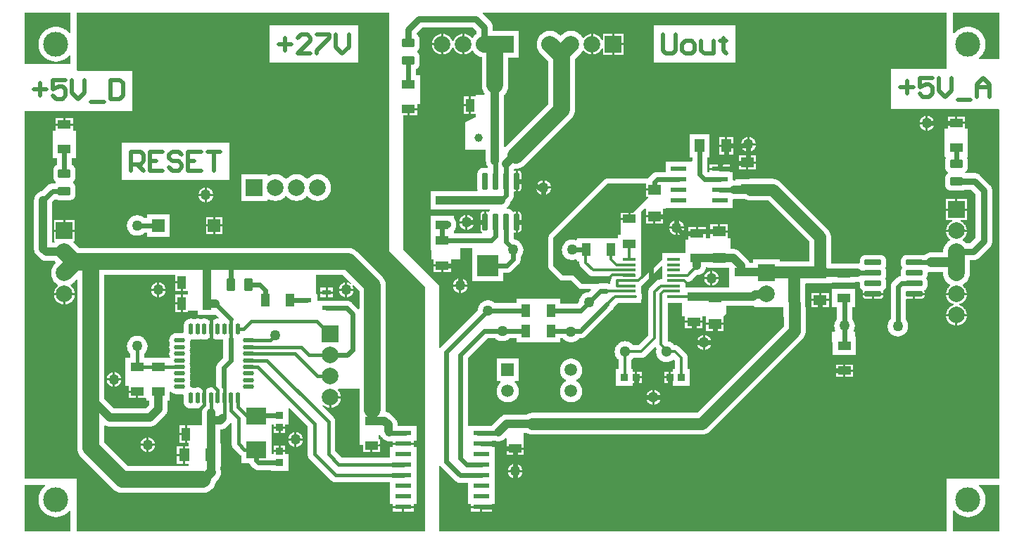
<source format=gtl>
G04 Layer_Physical_Order=1*
G04 Layer_Color=5514966*
%FSLAX44Y44*%
%MOMM*%
G71*
G01*
G75*
%ADD10R,1.6000X1.2000*%
%ADD11R,0.8500X0.8500*%
%ADD12R,0.8500X0.8500*%
%ADD13R,1.6000X1.0000*%
G04:AMPARAMS|DCode=14|XSize=1mm|YSize=1.5mm|CornerRadius=0.125mm|HoleSize=0mm|Usage=FLASHONLY|Rotation=90.000|XOffset=0mm|YOffset=0mm|HoleType=Round|Shape=RoundedRectangle|*
%AMROUNDEDRECTD14*
21,1,1.0000,1.2500,0,0,90.0*
21,1,0.7500,1.5000,0,0,90.0*
1,1,0.2500,0.6250,0.3750*
1,1,0.2500,0.6250,-0.3750*
1,1,0.2500,-0.6250,-0.3750*
1,1,0.2500,-0.6250,0.3750*
%
%ADD14ROUNDEDRECTD14*%
%ADD15O,1.3500X0.5500*%
%ADD16O,0.5500X1.3500*%
%ADD17R,1.0000X1.6000*%
%ADD18R,2.4000X2.0000*%
%ADD19R,1.2000X1.6000*%
%ADD20R,1.9812X0.5588*%
G04:AMPARAMS|DCode=21|XSize=1.97mm|YSize=0.6mm|CornerRadius=0.075mm|HoleSize=0mm|Usage=FLASHONLY|Rotation=90.000|XOffset=0mm|YOffset=0mm|HoleType=Round|Shape=RoundedRectangle|*
%AMROUNDEDRECTD21*
21,1,1.9700,0.4500,0,0,90.0*
21,1,1.8200,0.6000,0,0,90.0*
1,1,0.1500,0.2250,0.9100*
1,1,0.1500,0.2250,-0.9100*
1,1,0.1500,-0.2250,-0.9100*
1,1,0.1500,-0.2250,0.9100*
%
%ADD21ROUNDEDRECTD21*%
G04:AMPARAMS|DCode=22|XSize=1.97mm|YSize=0.6mm|CornerRadius=0.075mm|HoleSize=0mm|Usage=FLASHONLY|Rotation=0.000|XOffset=0mm|YOffset=0mm|HoleType=Round|Shape=RoundedRectangle|*
%AMROUNDEDRECTD22*
21,1,1.9700,0.4500,0,0,0.0*
21,1,1.8200,0.6000,0,0,0.0*
1,1,0.1500,0.9100,-0.2250*
1,1,0.1500,-0.9100,-0.2250*
1,1,0.1500,-0.9100,0.2250*
1,1,0.1500,0.9100,0.2250*
%
%ADD22ROUNDEDRECTD22*%
%ADD23R,1.6002X0.3556*%
%ADD24R,1.0000X0.6000*%
G04:AMPARAMS|DCode=25|XSize=1mm|YSize=1.5mm|CornerRadius=0.125mm|HoleSize=0mm|Usage=FLASHONLY|Rotation=0.000|XOffset=0mm|YOffset=0mm|HoleType=Round|Shape=RoundedRectangle|*
%AMROUNDEDRECTD25*
21,1,1.0000,1.2500,0,0,0.0*
21,1,0.7500,1.5000,0,0,0.0*
1,1,0.2500,0.3750,-0.6250*
1,1,0.2500,-0.3750,-0.6250*
1,1,0.2500,-0.3750,0.6250*
1,1,0.2500,0.3750,0.6250*
%
%ADD25ROUNDEDRECTD25*%
%ADD26R,1.5000X1.5000*%
%ADD27R,2.5000X2.5000*%
%ADD28C,0.4500*%
%ADD29C,0.6000*%
%ADD30C,0.3500*%
%ADD31C,1.0000*%
%ADD32C,2.0000*%
%ADD33C,1.4000*%
%ADD34C,1.2000*%
%ADD35C,0.8000*%
%ADD36C,0.5000*%
%ADD37C,3.0000*%
%ADD38C,2.0000*%
%ADD39R,2.0000X2.0000*%
%ADD40R,2.0000X2.0000*%
%ADD41C,1.3000*%
%ADD42C,1.5000*%
%ADD43C,1.0000*%
%ADD44P,1.0824X8X202.5*%
%ADD45C,1.2700*%
G36*
X1179672Y575310D02*
X1155143D01*
X1154715Y576476D01*
X1154721Y576580D01*
X1155662Y577364D01*
X1156586Y578234D01*
X1157456Y579158D01*
X1158268Y580133D01*
X1159020Y581155D01*
X1159710Y582221D01*
X1160333Y583326D01*
X1160889Y584467D01*
X1161374Y585640D01*
X1161788Y586840D01*
X1162129Y588062D01*
X1162395Y589303D01*
X1162586Y590558D01*
X1162701Y591822D01*
X1162740Y593090D01*
X1162701Y594358D01*
X1162586Y595622D01*
X1162395Y596877D01*
X1162129Y598118D01*
X1161788Y599340D01*
X1161374Y600540D01*
X1160889Y601713D01*
X1160333Y602854D01*
X1159710Y603959D01*
X1159020Y605025D01*
X1158268Y606047D01*
X1157456Y607022D01*
X1156586Y607946D01*
X1155662Y608816D01*
X1154687Y609628D01*
X1153665Y610381D01*
X1152599Y611070D01*
X1151494Y611693D01*
X1150353Y612249D01*
X1149180Y612734D01*
X1147980Y613148D01*
X1146758Y613489D01*
X1145517Y613755D01*
X1144262Y613946D01*
X1142999Y614061D01*
X1141730Y614100D01*
X1140462Y614061D01*
X1139198Y613946D01*
X1137943Y613755D01*
X1136702Y613489D01*
X1135480Y613148D01*
X1134280Y612734D01*
X1133107Y612249D01*
X1131966Y611693D01*
X1130861Y611070D01*
X1129795Y610381D01*
X1128773Y609628D01*
X1127798Y608816D01*
X1126874Y607946D01*
X1126004Y607022D01*
X1125220Y606081D01*
X1125116Y606075D01*
X1123950Y606502D01*
Y631032D01*
X1179672D01*
Y575310D01*
D02*
G37*
G36*
X754000Y419100D02*
X764540D01*
Y416560D01*
X754000D01*
Y409290D01*
X756881D01*
X757367Y408117D01*
X739328Y390078D01*
X735711D01*
Y382538D01*
X734441D01*
Y381268D01*
X723901D01*
Y374998D01*
Y363538D01*
X720441D01*
Y359440D01*
X701230D01*
Y359410D01*
X693230D01*
Y359440D01*
X671230D01*
Y357787D01*
X670644Y357254D01*
X669960Y356951D01*
X669299Y357195D01*
X668365Y357458D01*
X667413Y357647D01*
X666450Y357761D01*
X665480Y357799D01*
X664510Y357761D01*
X663547Y357647D01*
X662595Y357458D01*
X661661Y357195D01*
X660750Y356859D01*
X659869Y356452D01*
X659022Y355978D01*
X658215Y355439D01*
X657453Y354838D01*
X656740Y354179D01*
X656082Y353467D01*
X655481Y352705D01*
X654942Y351898D01*
X654468Y351051D01*
X654061Y350170D01*
X653725Y349259D01*
X653462Y348325D01*
X653273Y347373D01*
X653159Y346410D01*
X653120Y345440D01*
X653159Y344470D01*
X653273Y343507D01*
X653462Y342555D01*
X653725Y341621D01*
X654061Y340710D01*
X654468Y339829D01*
X654942Y338982D01*
X655481Y338175D01*
X656082Y337413D01*
X656740Y336701D01*
X657453Y336042D01*
X658215Y335441D01*
X659022Y334902D01*
X659869Y334428D01*
X660750Y334021D01*
X661661Y333685D01*
X662595Y333422D01*
X663547Y333233D01*
X664510Y333119D01*
X665480Y333080D01*
X666450Y333119D01*
X667413Y333233D01*
X668365Y333422D01*
X669299Y333685D01*
X669960Y333929D01*
X670644Y333626D01*
X671230Y333093D01*
Y331440D01*
X674231D01*
Y329819D01*
X674231Y329819D01*
X674268Y329058D01*
X674380Y328305D01*
X674565Y327567D01*
X674821Y326850D01*
X675147Y326161D01*
X675538Y325508D01*
X675992Y324897D01*
X676503Y324332D01*
X685012Y315824D01*
X685012Y315823D01*
X685577Y315312D01*
X686188Y314858D01*
X686841Y314467D01*
X687530Y314141D01*
X688247Y313885D01*
X688985Y313700D01*
X689738Y313588D01*
X690499Y313551D01*
X690499Y313551D01*
X712408D01*
X713128Y312281D01*
X713120Y312268D01*
X712794Y311579D01*
X712538Y310862D01*
X712353Y310124D01*
X712241Y309371D01*
X712204Y308610D01*
Y308471D01*
X711581Y307848D01*
Y304038D01*
X709997D01*
X709927Y304074D01*
X709201Y304375D01*
X708452Y304612D01*
X707684Y304782D01*
X706905Y304884D01*
X706120Y304919D01*
X699770D01*
X698985Y304884D01*
X698206Y304782D01*
X697438Y304612D01*
X696689Y304375D01*
X695963Y304074D01*
X695893Y304038D01*
X677291D01*
X667131Y314198D01*
X654431D01*
X643001Y325628D01*
X643001Y359918D01*
X708533Y425450D01*
X754000D01*
Y419100D01*
D02*
G37*
G36*
X828391Y323550D02*
X854581D01*
Y307558D01*
Y299849D01*
X854464Y299566D01*
X851311D01*
Y300288D01*
X823311D01*
Y299806D01*
X814451D01*
X813587Y299772D01*
X812729Y299671D01*
X812161Y299558D01*
X801782D01*
Y306947D01*
X804404D01*
X804404Y306947D01*
X805165Y306984D01*
X805918Y307096D01*
X806656Y307281D01*
X807373Y307537D01*
X808062Y307863D01*
X808715Y308254D01*
X809326Y308708D01*
X809891Y309219D01*
X815687Y315016D01*
X815721Y315014D01*
X816585Y315049D01*
X817443Y315150D01*
X818291Y315319D01*
X819123Y315553D01*
X819934Y315853D01*
X820719Y316214D01*
X821473Y316637D01*
X822192Y317117D01*
X822870Y317652D01*
X823505Y318239D01*
X824092Y318874D01*
X824627Y319552D01*
X825107Y320271D01*
X825530Y321025D01*
X825891Y321810D01*
X826191Y322621D01*
X826425Y323453D01*
X826588Y324272D01*
X828391D01*
Y323550D01*
D02*
G37*
G36*
X860300Y406950D02*
X862300D01*
Y406340D01*
X874021D01*
X874706Y405997D01*
X875564Y405642D01*
X876445Y405349D01*
X877345Y405119D01*
X878259Y404954D01*
X879182Y404855D01*
X880110Y404822D01*
X901392D01*
X950922Y355292D01*
Y331268D01*
X915160D01*
Y333500D01*
X883160D01*
Y330588D01*
X882581Y329558D01*
X880157D01*
X879941Y329566D01*
X879030D01*
X878752Y330321D01*
X878390Y331106D01*
X877967Y331860D01*
X877487Y332579D01*
X876952Y333257D01*
X876365Y333892D01*
X867193Y343064D01*
X866558Y343651D01*
X865880Y344186D01*
X865161Y344666D01*
X864407Y345089D01*
X863622Y345451D01*
X862811Y345750D01*
X861979Y345984D01*
X861131Y346153D01*
X860273Y346255D01*
X859409Y346288D01*
X856391D01*
Y358076D01*
X856391Y358999D01*
X855980Y359410D01*
X855580Y359010D01*
X855126Y359010D01*
X852931D01*
Y366280D01*
X842391D01*
X831851D01*
Y359010D01*
X826261D01*
Y364010D01*
X815721D01*
X805181D01*
Y357740D01*
X801770D01*
X801721Y357789D01*
Y346280D01*
Y341788D01*
X773780D01*
Y332740D01*
X773780D01*
Y332740D01*
X749606Y310257D01*
X748442Y310765D01*
Y326232D01*
Y341788D01*
X748441D01*
Y363538D01*
Y371538D01*
Y390692D01*
X752119Y394370D01*
X754000D01*
Y387100D01*
X764540D01*
X775080D01*
Y394370D01*
X778510D01*
Y395955D01*
X858932D01*
Y405925D01*
X860202Y406954D01*
X860300Y406950D01*
D02*
G37*
G36*
X773780Y324944D02*
Y319628D01*
Y309765D01*
X771779D01*
X771779Y309765D01*
X771018Y309728D01*
X770265Y309616D01*
X769527Y309431D01*
X768810Y309175D01*
X768121Y308849D01*
X767468Y308458D01*
X766857Y308004D01*
X766292Y307493D01*
X766292Y307492D01*
X759434Y300635D01*
X758923Y300070D01*
X758469Y299459D01*
X758078Y298806D01*
X757752Y298117D01*
X757496Y297400D01*
X757311Y296662D01*
X757199Y295909D01*
X757162Y295148D01*
X757162Y295147D01*
Y242482D01*
X745197Y230517D01*
X738901D01*
X738613Y230882D01*
X737947Y231604D01*
X737225Y232270D01*
X736454Y232878D01*
X735637Y233424D01*
X734780Y233904D01*
X733888Y234315D01*
X732967Y234655D01*
X732021Y234922D01*
X731058Y235114D01*
X730082Y235229D01*
X729101Y235268D01*
X728120Y235229D01*
X727144Y235114D01*
X726181Y234922D01*
X725235Y234655D01*
X724314Y234315D01*
X723422Y233904D01*
X722565Y233424D01*
X721748Y232878D01*
X720977Y232270D01*
X720255Y231604D01*
X719589Y230882D01*
X718980Y230111D01*
X718435Y229294D01*
X717955Y228437D01*
X717544Y227545D01*
X717204Y226624D01*
X716937Y225678D01*
X716745Y224715D01*
X716630Y223739D01*
X716591Y222758D01*
X716630Y221777D01*
X716745Y220801D01*
X716937Y219838D01*
X717204Y218892D01*
X717544Y217971D01*
X717955Y217079D01*
X718435Y216222D01*
X718980Y215405D01*
X719589Y214634D01*
X720255Y213912D01*
X720977Y213246D01*
X721342Y212958D01*
Y202020D01*
X718080D01*
Y181520D01*
X738580D01*
Y184980D01*
X741060D01*
Y191770D01*
Y198560D01*
X738580D01*
Y202020D01*
X736860D01*
Y212958D01*
X737225Y213246D01*
X737947Y213912D01*
X738613Y214634D01*
X738901Y214999D01*
X748410D01*
X748411Y214999D01*
X749172Y215036D01*
X749925Y215148D01*
X750663Y215333D01*
X751380Y215589D01*
X752069Y215915D01*
X752722Y216306D01*
X753334Y216760D01*
X753898Y217271D01*
X764397Y227771D01*
X764782Y227836D01*
X765966Y227543D01*
X766089Y227337D01*
X766543Y226726D01*
X766909Y226322D01*
X766727Y225678D01*
X766535Y224715D01*
X766420Y223739D01*
X766381Y222758D01*
X766420Y221777D01*
X766535Y220801D01*
X766727Y219838D01*
X766994Y218892D01*
X767334Y217971D01*
X767745Y217079D01*
X768225Y216222D01*
X768771Y215405D01*
X769379Y214634D01*
X770045Y213912D01*
X770767Y213246D01*
X771538Y212638D01*
X772355Y212092D01*
X773212Y211612D01*
X774104Y211201D01*
X775025Y210861D01*
X775971Y210594D01*
X776934Y210402D01*
X777909Y210287D01*
X778891Y210248D01*
X779873Y210287D01*
X780848Y210402D01*
X781811Y210594D01*
X782757Y210861D01*
X783678Y211201D01*
X784570Y211612D01*
X785427Y212092D01*
X786244Y212638D01*
X787015Y213246D01*
X787314Y213522D01*
X789152Y211684D01*
Y202020D01*
X786690D01*
Y198560D01*
X784210D01*
Y191770D01*
Y184980D01*
X786690D01*
Y181520D01*
X807190D01*
Y202020D01*
X804670D01*
Y214897D01*
X804670Y214898D01*
X804633Y215658D01*
X804521Y216412D01*
X804336Y217150D01*
X804080Y217867D01*
X803754Y218556D01*
X803363Y219209D01*
X802909Y219820D01*
X802398Y220385D01*
X802397Y220385D01*
X794538Y228245D01*
X793973Y228756D01*
X793362Y229210D01*
X792709Y229601D01*
X792020Y229927D01*
X791303Y230183D01*
X790565Y230368D01*
X789812Y230480D01*
X789051Y230517D01*
X789051Y230517D01*
X788691D01*
X788403Y230882D01*
X787737Y231604D01*
X787015Y232270D01*
X786244Y232878D01*
X785427Y233424D01*
X784570Y233904D01*
X783678Y234315D01*
X782757Y234655D01*
X781811Y234922D01*
X780848Y235114D01*
X780300Y235178D01*
Y281528D01*
X797911D01*
Y277558D01*
X797560Y277207D01*
X797560Y264828D01*
X801371D01*
Y259828D01*
X822451D01*
Y264828D01*
X826771D01*
Y257558D01*
X837311D01*
X847851D01*
Y264828D01*
X847851Y264828D01*
X847851D01*
X848646Y265716D01*
X851311Y268381D01*
Y277549D01*
X882791D01*
X883655Y277584D01*
X885147Y276091D01*
X919615D01*
X919930Y275964D01*
X920344Y252941D01*
X816302Y148898D01*
X617220D01*
X616292Y148865D01*
X615369Y148766D01*
X614455Y148601D01*
X613555Y148371D01*
X612674Y148078D01*
X611816Y147723D01*
X610986Y147307D01*
X610221Y146853D01*
X596820Y146658D01*
X586500D01*
X586284Y146650D01*
X582900D01*
Y146047D01*
X582287Y145821D01*
X581502Y145459D01*
X580748Y145036D01*
X580029Y144556D01*
X579351Y144021D01*
X578716Y143434D01*
X568796Y133514D01*
X568754Y133469D01*
X552450D01*
X551665Y133434D01*
X550886Y133332D01*
X550535Y133254D01*
X540354D01*
X539869Y134323D01*
Y214708D01*
X563801Y238641D01*
X573212D01*
X573633Y238252D01*
X574395Y237651D01*
X575202Y237112D01*
X576049Y236638D01*
X576930Y236231D01*
X577841Y235895D01*
X578775Y235632D01*
X579727Y235443D01*
X580690Y235329D01*
X581660Y235291D01*
X582630Y235329D01*
X583593Y235443D01*
X584545Y235632D01*
X585479Y235895D01*
X586390Y236231D01*
X587271Y236638D01*
X588118Y237112D01*
X588925Y237651D01*
X589687Y238252D01*
X590108Y238641D01*
X598840D01*
Y233650D01*
X650840D01*
Y238641D01*
X654585D01*
X654812Y238353D01*
X655471Y237640D01*
X656183Y236982D01*
X656945Y236381D01*
X657752Y235842D01*
X658599Y235368D01*
X659480Y234961D01*
X660391Y234625D01*
X661325Y234362D01*
X662277Y234173D01*
X663240Y234059D01*
X664210Y234021D01*
X665180Y234059D01*
X666143Y234173D01*
X667095Y234362D01*
X668029Y234625D01*
X668940Y234961D01*
X669821Y235368D01*
X670668Y235842D01*
X671475Y236381D01*
X672237Y236982D01*
X672950Y237640D01*
X673608Y238353D01*
X673836Y238641D01*
X675640D01*
X676425Y238676D01*
X677204Y238778D01*
X677972Y238948D01*
X678721Y239185D01*
X679447Y239485D01*
X680144Y239848D01*
X680807Y240271D01*
X681431Y240749D01*
X682010Y241280D01*
X713760Y273030D01*
X714291Y273609D01*
X714769Y274233D01*
X715192Y274896D01*
X715555Y275593D01*
X715855Y276319D01*
X716092Y277068D01*
X716109Y277145D01*
X720491Y281528D01*
X748442D01*
Y285249D01*
X748681Y285648D01*
X749007Y286337D01*
X749263Y287054D01*
X749448Y287792D01*
X749560Y288545D01*
X749597Y289306D01*
X749560Y290067D01*
X749448Y290820D01*
X749263Y291558D01*
X749007Y292275D01*
X748681Y292964D01*
X748442Y293363D01*
Y301402D01*
X772510Y325470D01*
X773780Y324944D01*
D02*
G37*
G36*
X445770Y344170D02*
X488950Y300990D01*
Y6508D01*
X69850D01*
Y62230D01*
Y69850D01*
X6508D01*
Y511061D01*
X6780Y512218D01*
X7778Y512218D01*
X136079D01*
Y561043D01*
X70997D01*
X69850Y561340D01*
X69850Y562313D01*
Y631032D01*
X445770D01*
X445770Y344170D01*
D02*
G37*
G36*
X1116330Y567690D02*
X1116330Y563880D01*
X1115183Y563582D01*
X1049450D01*
Y514758D01*
X1178402D01*
X1178749Y514758D01*
X1179672Y513922D01*
Y69850D01*
X1116330D01*
Y62230D01*
Y6508D01*
X505460D01*
Y85047D01*
X505562Y85105D01*
X506730Y85381D01*
X506971Y85003D01*
X507449Y84379D01*
X507980Y83800D01*
X524490Y67290D01*
X525069Y66759D01*
X525693Y66281D01*
X526356Y65858D01*
X527053Y65495D01*
X527779Y65195D01*
X528528Y64958D01*
X529296Y64788D01*
X530075Y64686D01*
X530860Y64651D01*
X540354D01*
Y52166D01*
Y39466D01*
X543814D01*
Y36830D01*
X568706D01*
Y39466D01*
X572166D01*
Y52166D01*
Y64866D01*
Y77566D01*
Y90266D01*
Y107854D01*
X568706D01*
Y110490D01*
X556260D01*
Y113030D01*
X568706D01*
Y115451D01*
X572660D01*
X573178Y115260D01*
X574010Y115026D01*
X574858Y114857D01*
X575716Y114755D01*
X576580Y114721D01*
X577444Y114755D01*
X578302Y114857D01*
X579150Y115026D01*
X579982Y115260D01*
X580793Y115560D01*
X581578Y115921D01*
X582332Y116344D01*
X583051Y116824D01*
X583729Y117359D01*
X584364Y117946D01*
X585187Y118768D01*
X586360Y118282D01*
Y113030D01*
Y106920D01*
X607440D01*
Y113190D01*
X607280D01*
Y124650D01*
X610687D01*
X610986Y124473D01*
X611816Y124057D01*
X612674Y123702D01*
X613555Y123409D01*
X614455Y123179D01*
X615369Y123014D01*
X616292Y122915D01*
X617220Y122882D01*
X821690D01*
X822618Y122915D01*
X823541Y123014D01*
X824455Y123179D01*
X825355Y123409D01*
X826236Y123702D01*
X827094Y124057D01*
X827924Y124473D01*
X828723Y124947D01*
X829486Y125476D01*
X830209Y126059D01*
X830888Y126692D01*
X942648Y238452D01*
X942728Y238537D01*
X942812Y238619D01*
X943045Y238878D01*
X943281Y239131D01*
X943354Y239222D01*
X943433Y239310D01*
X943647Y239585D01*
X943864Y239855D01*
X943930Y239950D01*
X944002Y240043D01*
X944196Y240333D01*
X944393Y240617D01*
X944453Y240718D01*
X944518Y240815D01*
X944690Y241117D01*
X944867Y241416D01*
X944920Y241521D01*
X944977Y241622D01*
X945127Y241935D01*
X945283Y242246D01*
X945328Y242355D01*
X945378Y242460D01*
X945505Y242783D01*
X945638Y243104D01*
X945675Y243215D01*
X945718Y243324D01*
X945822Y243656D01*
X945931Y243985D01*
X945960Y244099D01*
X945995Y244210D01*
X946075Y244548D01*
X946161Y244885D01*
X946182Y245000D01*
X946209Y245114D01*
X946264Y245457D01*
X946326Y245799D01*
X946338Y245915D01*
X946357Y246031D01*
X946388Y246375D01*
X946425Y246722D01*
X946429Y246840D01*
X946440Y246956D01*
X946446Y247302D01*
X946458Y247650D01*
X946454Y247767D01*
X946456Y247884D01*
X945441Y304346D01*
X946330Y305252D01*
X949930D01*
Y304990D01*
X977930D01*
Y305109D01*
X978217Y306260D01*
X1006217D01*
Y306492D01*
X1008380D01*
X1009244Y306525D01*
X1010102Y306627D01*
X1010332Y306673D01*
X1011602Y305820D01*
Y302550D01*
X1011635Y301888D01*
X1011732Y301232D01*
X1011893Y300588D01*
X1012116Y299964D01*
X1012400Y299364D01*
X1012741Y298795D01*
X1013136Y298263D01*
X1013581Y297771D01*
X1014073Y297326D01*
X1014605Y296931D01*
X1015216Y296298D01*
X1015314Y295612D01*
X1015175Y295203D01*
X1015091Y294780D01*
X1015063Y294350D01*
Y293370D01*
X1039857D01*
Y294350D01*
X1039829Y294780D01*
X1039745Y295203D01*
X1039606Y295612D01*
X1039704Y296298D01*
X1040315Y296931D01*
X1040847Y297326D01*
X1041339Y297771D01*
X1041784Y298263D01*
X1042179Y298795D01*
X1042520Y299364D01*
X1042804Y299964D01*
X1043027Y300588D01*
X1043188Y301232D01*
X1043286Y301888D01*
X1043318Y302550D01*
Y307050D01*
X1043286Y307712D01*
X1043188Y308368D01*
X1043027Y309012D01*
X1042804Y309636D01*
X1042520Y310236D01*
X1042179Y310805D01*
X1041923Y311150D01*
X1042179Y311495D01*
X1042520Y312064D01*
X1042804Y312664D01*
X1043027Y313288D01*
X1043188Y313932D01*
X1043286Y314588D01*
X1043318Y315250D01*
Y319750D01*
X1043286Y320412D01*
X1043188Y321068D01*
X1043027Y321712D01*
X1042804Y322336D01*
X1042520Y322936D01*
X1042179Y323505D01*
X1041923Y323850D01*
X1042179Y324195D01*
X1042520Y324764D01*
X1042804Y325364D01*
X1043027Y325988D01*
X1043188Y326632D01*
X1043286Y327288D01*
X1043318Y327950D01*
Y332450D01*
X1043286Y333112D01*
X1043188Y333768D01*
X1043027Y334412D01*
X1042804Y335036D01*
X1042520Y335636D01*
X1042179Y336205D01*
X1041784Y336737D01*
X1041339Y337229D01*
X1040847Y337674D01*
X1040315Y338069D01*
X1039746Y338410D01*
X1039146Y338694D01*
X1038522Y338917D01*
X1037878Y339078D01*
X1037222Y339176D01*
X1036560Y339208D01*
X1018360D01*
X1017698Y339176D01*
X1017042Y339078D01*
X1016398Y338917D01*
X1015774Y338694D01*
X1015174Y338410D01*
X1014605Y338069D01*
X1014073Y337674D01*
X1013581Y337229D01*
X1013136Y336737D01*
X1012741Y336205D01*
X1012400Y335636D01*
X1012116Y335036D01*
X1011893Y334412D01*
X1011732Y333768D01*
X1011635Y333112D01*
X1011602Y332450D01*
Y329180D01*
X1010332Y328327D01*
X1010102Y328373D01*
X1009244Y328475D01*
X1008380Y328508D01*
X977930D01*
Y328990D01*
X976938D01*
Y360679D01*
X976938Y360680D01*
X976905Y361608D01*
X976806Y362531D01*
X976641Y363445D01*
X976411Y364345D01*
X976118Y365226D01*
X975763Y366084D01*
X975347Y366914D01*
X974873Y367713D01*
X974344Y368475D01*
X973761Y369199D01*
X973128Y369878D01*
X973128Y369879D01*
X915978Y427028D01*
X915299Y427661D01*
X914576Y428244D01*
X913813Y428773D01*
X913014Y429247D01*
X912184Y429663D01*
X911326Y430018D01*
X910445Y430311D01*
X909545Y430541D01*
X908631Y430706D01*
X907708Y430805D01*
X906780Y430838D01*
X880110D01*
X879182Y430805D01*
X878259Y430706D01*
X877345Y430541D01*
X876557Y430340D01*
X862300D01*
Y428968D01*
X860300D01*
X860202Y428964D01*
X858932Y429993D01*
Y438943D01*
X855472D01*
Y441579D01*
X843026D01*
X830580D01*
Y439158D01*
X828469D01*
X827907Y439720D01*
Y456789D01*
X830898D01*
Y484789D01*
X806898D01*
Y456789D01*
X809889D01*
Y452816D01*
X809656Y451643D01*
X777844D01*
Y439158D01*
X767969D01*
X767184Y439123D01*
X766405Y439021D01*
X765637Y438851D01*
X764888Y438614D01*
X764162Y438314D01*
X763465Y437951D01*
X762802Y437528D01*
X762178Y437050D01*
X761599Y436519D01*
X758170Y433090D01*
X757639Y432511D01*
X757161Y431887D01*
X756738Y431224D01*
X756561Y430883D01*
X755985Y431122D01*
X755337Y431309D01*
X754673Y431422D01*
X754000Y431459D01*
X708533D01*
X707860Y431422D01*
X707196Y431309D01*
X706548Y431122D01*
X705926Y430864D01*
X705336Y430538D01*
X704786Y430148D01*
X704284Y429699D01*
X638752Y364167D01*
X638303Y363665D01*
X637913Y363115D01*
X637587Y362525D01*
X637329Y361903D01*
X637142Y361255D01*
X637029Y360591D01*
X636992Y359918D01*
X636992Y325628D01*
X637029Y324955D01*
X637142Y324291D01*
X637329Y323643D01*
X637587Y323021D01*
X637913Y322431D01*
X638303Y321881D01*
X638752Y321379D01*
X650182Y309949D01*
X650684Y309500D01*
X651234Y309110D01*
X651824Y308784D01*
X652446Y308526D01*
X653094Y308339D01*
X653758Y308226D01*
X654431Y308189D01*
X664642D01*
X673042Y299789D01*
X673544Y299340D01*
X674094Y298950D01*
X674684Y298624D01*
X675306Y298366D01*
X675954Y298179D01*
X676618Y298066D01*
X677291Y298029D01*
X687489D01*
X687975Y296855D01*
X685404Y294284D01*
X684830Y294261D01*
X683867Y294147D01*
X682915Y293958D01*
X681981Y293695D01*
X681070Y293359D01*
X680189Y292952D01*
X679342Y292478D01*
X678535Y291939D01*
X677773Y291338D01*
X677060Y290679D01*
X676402Y289967D01*
X675801Y289205D01*
X675262Y288398D01*
X674788Y287551D01*
X674381Y286670D01*
X674045Y285759D01*
X673782Y284825D01*
X673593Y283873D01*
X673479Y282910D01*
X673456Y282336D01*
X671908Y280789D01*
X650840D01*
Y286192D01*
X598840D01*
Y281201D01*
X572741D01*
X572319Y281591D01*
X571557Y282192D01*
X570750Y282731D01*
X569904Y283205D01*
X569022Y283611D01*
X568112Y283947D01*
X567178Y284211D01*
X566226Y284400D01*
X565262Y284514D01*
X564292Y284552D01*
X563323Y284514D01*
X562359Y284400D01*
X561407Y284211D01*
X560473Y283947D01*
X559563Y283611D01*
X558681Y283205D01*
X557835Y282731D01*
X557028Y282192D01*
X556266Y281591D01*
X555553Y280932D01*
X554894Y280219D01*
X554294Y279457D01*
X553754Y278650D01*
X553280Y277804D01*
X552874Y276922D01*
X552538Y276012D01*
X552275Y275078D01*
X552085Y274126D01*
X551971Y273162D01*
X551949Y272589D01*
X507980Y228620D01*
X507449Y228041D01*
X506971Y227417D01*
X506730Y227039D01*
X505562Y227315D01*
X505460Y227373D01*
Y302260D01*
X462280Y345440D01*
Y507050D01*
X467360D01*
Y514590D01*
X468630D01*
Y515860D01*
X479170D01*
Y520700D01*
X482600D01*
Y533590D01*
X482630D01*
Y555590D01*
X477639D01*
Y563237D01*
X477658Y563244D01*
X478302Y563548D01*
X478913Y563915D01*
X479485Y564339D01*
X480013Y564817D01*
X480491Y565345D01*
X480915Y565917D01*
X481282Y566528D01*
X481586Y567172D01*
X481826Y567843D01*
X481999Y568534D01*
X482104Y569239D01*
X482139Y569950D01*
Y577450D01*
X482104Y578162D01*
X481999Y578866D01*
X481826Y579557D01*
X481586Y580228D01*
X481282Y580872D01*
X480915Y581483D01*
X480491Y582055D01*
X480013Y582583D01*
X479485Y583061D01*
X478913Y583485D01*
X478913Y584915D01*
X479485Y585339D01*
X480013Y585817D01*
X480491Y586345D01*
X480915Y586917D01*
X481282Y587528D01*
X481586Y588172D01*
X481826Y588843D01*
X481999Y589534D01*
X482104Y590238D01*
X482139Y590950D01*
Y598450D01*
X482104Y599161D01*
X481999Y599866D01*
X481826Y600557D01*
X481586Y601228D01*
X481282Y601872D01*
X480915Y602483D01*
X480491Y603055D01*
X480013Y603583D01*
X479485Y604061D01*
X478913Y604485D01*
X478639Y604649D01*
Y606724D01*
X485476Y613560D01*
X545764D01*
X550061Y609264D01*
Y605574D01*
X549515Y605126D01*
X548750Y604410D01*
X548034Y603645D01*
X547370Y602835D01*
X546759Y601984D01*
X546206Y601094D01*
X546084Y600865D01*
X545566Y600701D01*
X544591Y600760D01*
X544213Y601240D01*
X543544Y601964D01*
X542820Y602633D01*
X542047Y603243D01*
X541227Y603790D01*
X540367Y604272D01*
X539473Y604684D01*
X538548Y605025D01*
X537600Y605293D01*
X536633Y605485D01*
X535940Y605567D01*
Y593090D01*
Y580613D01*
X536633Y580695D01*
X537600Y580887D01*
X538548Y581155D01*
X539473Y581496D01*
X540367Y581908D01*
X541227Y582390D01*
X542047Y582937D01*
X542820Y583547D01*
X543544Y584216D01*
X544213Y584940D01*
X544591Y585420D01*
X545566Y585479D01*
X546084Y585315D01*
X546206Y585086D01*
X546759Y584196D01*
X547370Y583345D01*
X548034Y582535D01*
X548750Y581770D01*
X549515Y581054D01*
X550325Y580390D01*
X551176Y579779D01*
X552066Y579226D01*
X552990Y578732D01*
X553944Y578300D01*
X554924Y577931D01*
X555927Y577627D01*
X556761Y577432D01*
Y543560D01*
X556796Y542513D01*
X556898Y541470D01*
X557069Y540437D01*
X557307Y539417D01*
X557611Y538414D01*
X557980Y537434D01*
X558412Y536480D01*
X558906Y535556D01*
X559459Y534666D01*
X560070Y533815D01*
X560410Y533400D01*
X559926Y532237D01*
X559813Y532130D01*
X549910D01*
Y529970D01*
X543800D01*
Y519430D01*
Y508890D01*
X549910D01*
Y505460D01*
X548906Y504817D01*
X537210Y499126D01*
X537210Y466090D01*
X561075D01*
X561762Y465104D01*
Y452596D01*
X561796Y451732D01*
X561897Y450874D01*
X562066Y450026D01*
X562300Y449194D01*
X562599Y448383D01*
X562961Y447598D01*
X563384Y446844D01*
X563864Y446126D01*
X564016Y445933D01*
X563745Y444560D01*
X562999Y444029D01*
X562828Y444037D01*
X558328D01*
X557666Y444005D01*
X557010Y443907D01*
X556366Y443746D01*
X555742Y443523D01*
X555142Y443239D01*
X554573Y442898D01*
X554041Y442503D01*
X553549Y442058D01*
X553104Y441566D01*
X552709Y441034D01*
X552368Y440465D01*
X552084Y439865D01*
X551861Y439241D01*
X551700Y438597D01*
X551602Y437941D01*
X551570Y437279D01*
Y419079D01*
X551602Y418417D01*
X551700Y417761D01*
X551788Y417408D01*
X551401Y416667D01*
X550862Y416138D01*
X516890D01*
X516026Y416105D01*
X515168Y416003D01*
X514600Y415890D01*
X495270D01*
Y393890D01*
X523270D01*
Y394122D01*
X565983D01*
X566179Y393859D01*
X566463Y392851D01*
X566249Y392658D01*
X565804Y392166D01*
X565409Y391634D01*
X564776Y391023D01*
X564090Y390925D01*
X563681Y391064D01*
X563258Y391148D01*
X562828Y391176D01*
X561848D01*
Y378779D01*
X560578D01*
Y377509D01*
X555031D01*
Y369679D01*
X555059Y369249D01*
X555143Y368826D01*
X555282Y368417D01*
X555473Y368031D01*
X555712Y367672D01*
X555997Y367348D01*
X556321Y367063D01*
X556679Y366824D01*
X557066Y366633D01*
X557475Y366494D01*
X557214Y365258D01*
X523270D01*
Y368531D01*
X523791Y369099D01*
X524269Y369723D01*
X524692Y370386D01*
X525055Y371083D01*
X525355Y371809D01*
X525592Y372558D01*
X525762Y373326D01*
X525864Y374105D01*
X525899Y374890D01*
Y377049D01*
X525864Y377834D01*
X525762Y378613D01*
X525592Y379381D01*
X525355Y380130D01*
X525055Y380856D01*
X524692Y381553D01*
X524269Y382216D01*
X523791Y382840D01*
X523270Y383408D01*
Y385890D01*
X518593D01*
X518454Y385921D01*
X517675Y386023D01*
X516890Y386058D01*
X516105Y386023D01*
X515326Y385921D01*
X515187Y385890D01*
X495270D01*
Y363890D01*
Y345348D01*
X495424D01*
X496555Y344919D01*
X496555Y344919D01*
X496555Y344919D01*
X496583Y334010D01*
X497511D01*
X498730Y333887D01*
X498730Y332740D01*
Y327617D01*
X519810D01*
X519810Y333887D01*
X521029Y334010D01*
X530890D01*
Y347240D01*
X545380D01*
Y344890D01*
Y307890D01*
X582380D01*
Y317381D01*
X586740D01*
X587525Y317416D01*
X588304Y317518D01*
X589072Y317688D01*
X589821Y317925D01*
X590547Y318225D01*
X591244Y318588D01*
X591907Y319011D01*
X592531Y319489D01*
X593110Y320020D01*
X600730Y327640D01*
X601261Y328219D01*
X601739Y328843D01*
X602162Y329506D01*
X602525Y330203D01*
X602825Y330929D01*
X603062Y331678D01*
X603232Y332446D01*
X603334Y333225D01*
X603369Y334010D01*
Y336992D01*
X603758Y337413D01*
X604359Y338175D01*
X604898Y338982D01*
X605372Y339829D01*
X605779Y340710D01*
X606115Y341621D01*
X606378Y342555D01*
X606567Y343507D01*
X606681Y344470D01*
X606720Y345440D01*
X606681Y346410D01*
X606567Y347373D01*
X606378Y348325D01*
X606115Y349259D01*
X605779Y350170D01*
X605372Y351051D01*
X604898Y351898D01*
X604359Y352705D01*
X603758Y353467D01*
X603100Y354179D01*
X602387Y354838D01*
X601625Y355439D01*
X600818Y355978D01*
X599971Y356452D01*
X599090Y356859D01*
X598179Y357195D01*
X597245Y357458D01*
X596293Y357647D01*
X596145Y357665D01*
X594987Y358824D01*
Y365353D01*
X595108Y365588D01*
X595629Y366070D01*
X596257Y366393D01*
X596428Y366382D01*
X597408D01*
Y378779D01*
Y391176D01*
X596428D01*
X595998Y391148D01*
X595575Y391064D01*
X595166Y390925D01*
X594480Y391023D01*
X593847Y391634D01*
X593452Y392166D01*
X593007Y392658D01*
X592515Y393103D01*
X591983Y393498D01*
X591414Y393839D01*
X590814Y394123D01*
X590190Y394346D01*
X589546Y394507D01*
X588890Y394605D01*
X588228Y394637D01*
X586764D01*
X586523Y395065D01*
X586386Y395907D01*
X586861Y396224D01*
X587539Y396759D01*
X588174Y397346D01*
X588761Y397981D01*
X589296Y398659D01*
X589776Y399378D01*
X590199Y400132D01*
X590560Y400917D01*
X590860Y401728D01*
X591094Y402560D01*
X591227Y403227D01*
X592348Y404348D01*
X592879Y404927D01*
X593357Y405551D01*
X593780Y406214D01*
X594143Y406911D01*
X594443Y407637D01*
X594680Y408386D01*
X594850Y409154D01*
X594952Y409933D01*
X594987Y410718D01*
Y414753D01*
X595108Y414988D01*
X595629Y415470D01*
X596257Y415793D01*
X596428Y415782D01*
X597408D01*
Y428179D01*
Y440576D01*
X596428D01*
X596399Y440574D01*
X595341Y441422D01*
X595303Y442184D01*
X596301Y443149D01*
X596488Y443131D01*
X597535Y443096D01*
X598582Y443131D01*
X599624Y443233D01*
X600658Y443404D01*
X601678Y443642D01*
X602681Y443946D01*
X603661Y444315D01*
X604615Y444747D01*
X605539Y445241D01*
X606429Y445794D01*
X607280Y446405D01*
X608090Y447069D01*
X608855Y447785D01*
X664099Y503030D01*
X664100Y503030D01*
X664816Y503795D01*
X665480Y504605D01*
X666091Y505456D01*
X666644Y506346D01*
X667138Y507270D01*
X667570Y508224D01*
X667939Y509204D01*
X668243Y510207D01*
X668481Y511227D01*
X668652Y512261D01*
X668754Y513303D01*
X668789Y514350D01*
Y575029D01*
X675530Y581770D01*
X676246Y582535D01*
X676910Y583345D01*
X677521Y584196D01*
X678074Y585086D01*
X678196Y585315D01*
X678714Y585479D01*
X679689Y585420D01*
X680067Y584940D01*
X680736Y584216D01*
X681460Y583547D01*
X682234Y582937D01*
X683053Y582390D01*
X683913Y581908D01*
X684807Y581496D01*
X685732Y581155D01*
X686680Y580887D01*
X687647Y580695D01*
X688340Y580613D01*
Y593090D01*
Y605567D01*
X687647Y605485D01*
X686680Y605293D01*
X685732Y605025D01*
X684807Y604684D01*
X683913Y604272D01*
X683053Y603790D01*
X682234Y603243D01*
X681460Y602633D01*
X680736Y601964D01*
X680067Y601240D01*
X679689Y600760D01*
X678714Y600701D01*
X678196Y600865D01*
X678074Y601094D01*
X677521Y601984D01*
X676910Y602835D01*
X676246Y603645D01*
X675530Y604410D01*
X674765Y605126D01*
X673955Y605790D01*
X673104Y606401D01*
X672214Y606954D01*
X671290Y607448D01*
X670336Y607880D01*
X669356Y608249D01*
X668353Y608553D01*
X667333Y608791D01*
X666300Y608962D01*
X665257Y609064D01*
X664210Y609099D01*
X663163Y609064D01*
X662121Y608962D01*
X661087Y608791D01*
X660067Y608553D01*
X659064Y608249D01*
X658084Y607880D01*
X657130Y607448D01*
X656206Y606954D01*
X655316Y606401D01*
X654465Y605790D01*
X653655Y605126D01*
X652890Y604410D01*
X651510Y603030D01*
X650130Y604410D01*
X649365Y605126D01*
X648555Y605790D01*
X647704Y606401D01*
X646814Y606954D01*
X645890Y607448D01*
X644936Y607880D01*
X643956Y608249D01*
X642953Y608553D01*
X641933Y608791D01*
X640900Y608962D01*
X639857Y609064D01*
X638810Y609099D01*
X637763Y609064D01*
X636721Y608962D01*
X635687Y608791D01*
X634667Y608553D01*
X633664Y608249D01*
X632684Y607880D01*
X631730Y607448D01*
X630806Y606954D01*
X629916Y606401D01*
X629065Y605790D01*
X628255Y605126D01*
X627490Y604410D01*
X626774Y603645D01*
X626110Y602835D01*
X625499Y601984D01*
X624946Y601094D01*
X624452Y600170D01*
X624020Y599216D01*
X623651Y598236D01*
X623347Y597233D01*
X623109Y596213D01*
X622938Y595179D01*
X622836Y594137D01*
X622801Y593090D01*
X622836Y592043D01*
X622938Y591001D01*
X623109Y589967D01*
X623347Y588947D01*
X623651Y587944D01*
X624020Y586964D01*
X624452Y586010D01*
X624946Y585086D01*
X625499Y584196D01*
X626110Y583345D01*
X626774Y582535D01*
X627490Y581770D01*
X636771Y572489D01*
Y520981D01*
X586215Y470425D01*
X585499Y469660D01*
X585048Y469111D01*
X584116Y469331D01*
X583778Y469557D01*
Y531949D01*
X584090Y532240D01*
X584806Y533005D01*
X585470Y533815D01*
X586081Y534666D01*
X586634Y535556D01*
X587128Y536480D01*
X587560Y537434D01*
X587929Y538414D01*
X588233Y539417D01*
X588471Y540437D01*
X588642Y541470D01*
X588744Y542513D01*
X588779Y543560D01*
Y577090D01*
X601470D01*
Y592828D01*
X601479Y593090D01*
X601470Y593352D01*
Y609090D01*
X585732D01*
X585470Y609099D01*
X570079D01*
Y613410D01*
X570041Y614282D01*
X569927Y615148D01*
X569738Y616001D01*
X569476Y616833D01*
X569142Y617640D01*
X568739Y618415D01*
X568269Y619151D01*
X567738Y619844D01*
X567148Y620488D01*
X557873Y629762D01*
X558400Y631032D01*
X1116330D01*
Y567690D01*
D02*
G37*
G36*
X31465Y61064D02*
X31459Y60960D01*
X30518Y60176D01*
X29594Y59306D01*
X28724Y58382D01*
X27912Y57407D01*
X27160Y56385D01*
X26470Y55319D01*
X25847Y54214D01*
X25291Y53073D01*
X24806Y51900D01*
X24392Y50700D01*
X24051Y49478D01*
X23785Y48237D01*
X23594Y46982D01*
X23479Y45718D01*
X23440Y44450D01*
X23479Y43182D01*
X23594Y41918D01*
X23785Y40663D01*
X24051Y39422D01*
X24392Y38200D01*
X24806Y37000D01*
X25291Y35827D01*
X25847Y34686D01*
X26470Y33581D01*
X27160Y32515D01*
X27912Y31493D01*
X28724Y30518D01*
X29594Y29594D01*
X30518Y28724D01*
X31493Y27912D01*
X32515Y27160D01*
X33581Y26470D01*
X34686Y25847D01*
X35827Y25291D01*
X37000Y24806D01*
X38200Y24392D01*
X39422Y24051D01*
X40663Y23785D01*
X41918Y23594D01*
X43182Y23479D01*
X44450Y23440D01*
X45718Y23479D01*
X46982Y23594D01*
X48237Y23785D01*
X49478Y24051D01*
X50700Y24392D01*
X51900Y24806D01*
X53073Y25291D01*
X54214Y25847D01*
X55319Y26470D01*
X56385Y27160D01*
X57407Y27912D01*
X58382Y28724D01*
X59306Y29594D01*
X60176Y30518D01*
X60960Y31459D01*
X61064Y31465D01*
X62230Y31037D01*
Y6508D01*
X6508D01*
Y62230D01*
X31037D01*
X31465Y61064D01*
D02*
G37*
G36*
X1179672Y6508D02*
X1123950D01*
Y31037D01*
X1125116Y31465D01*
X1125220Y31459D01*
X1126004Y30518D01*
X1126874Y29594D01*
X1127798Y28724D01*
X1128773Y27912D01*
X1129795Y27160D01*
X1130861Y26470D01*
X1131966Y25847D01*
X1133107Y25291D01*
X1134280Y24806D01*
X1135480Y24392D01*
X1136702Y24051D01*
X1137943Y23785D01*
X1139198Y23594D01*
X1140462Y23479D01*
X1141730Y23440D01*
X1142999Y23479D01*
X1144262Y23594D01*
X1145517Y23785D01*
X1146758Y24051D01*
X1147980Y24392D01*
X1149180Y24806D01*
X1150353Y25291D01*
X1151494Y25847D01*
X1152599Y26470D01*
X1153665Y27160D01*
X1154687Y27912D01*
X1155662Y28724D01*
X1156586Y29594D01*
X1157456Y30518D01*
X1158268Y31493D01*
X1159020Y32515D01*
X1159710Y33581D01*
X1160333Y34686D01*
X1160889Y35827D01*
X1161374Y37000D01*
X1161788Y38200D01*
X1162129Y39422D01*
X1162395Y40663D01*
X1162586Y41918D01*
X1162701Y43182D01*
X1162740Y44450D01*
X1162701Y45718D01*
X1162586Y46982D01*
X1162395Y48237D01*
X1162129Y49478D01*
X1161788Y50700D01*
X1161374Y51900D01*
X1160889Y53073D01*
X1160333Y54214D01*
X1159710Y55319D01*
X1159020Y56385D01*
X1158268Y57407D01*
X1157456Y58382D01*
X1156586Y59306D01*
X1155662Y60176D01*
X1154721Y60960D01*
X1154715Y61064D01*
X1155143Y62230D01*
X1179672D01*
Y6508D01*
D02*
G37*
G36*
X62230Y606502D02*
X61064Y606075D01*
X60960Y606081D01*
X60176Y607022D01*
X59306Y607946D01*
X58382Y608816D01*
X57407Y609628D01*
X56385Y610381D01*
X55319Y611070D01*
X54214Y611693D01*
X53073Y612249D01*
X51900Y612734D01*
X50700Y613148D01*
X49478Y613489D01*
X48237Y613755D01*
X46982Y613946D01*
X45718Y614061D01*
X44450Y614100D01*
X43182Y614061D01*
X41918Y613946D01*
X40663Y613755D01*
X39422Y613489D01*
X38200Y613148D01*
X37000Y612734D01*
X35827Y612249D01*
X34686Y611693D01*
X33581Y611070D01*
X32515Y610381D01*
X31493Y609628D01*
X30518Y608816D01*
X29594Y607946D01*
X28724Y607022D01*
X27912Y606047D01*
X27160Y605025D01*
X26470Y603959D01*
X25847Y602854D01*
X25291Y601713D01*
X24806Y600540D01*
X24392Y599340D01*
X24051Y598118D01*
X23785Y596877D01*
X23594Y595622D01*
X23479Y594358D01*
X23440Y593090D01*
X23479Y591822D01*
X23594Y590558D01*
X23785Y589303D01*
X24051Y588062D01*
X24392Y586840D01*
X24806Y585640D01*
X25291Y584467D01*
X25847Y583326D01*
X26470Y582221D01*
X27160Y581155D01*
X27912Y580133D01*
X28724Y579158D01*
X29594Y578234D01*
X30518Y577364D01*
X31493Y576552D01*
X32515Y575799D01*
X33581Y575110D01*
X34686Y574487D01*
X35827Y573931D01*
X37000Y573446D01*
X38200Y573032D01*
X39422Y572691D01*
X40663Y572425D01*
X41918Y572234D01*
X43182Y572119D01*
X44450Y572080D01*
X45718Y572119D01*
X46982Y572234D01*
X48237Y572425D01*
X49478Y572691D01*
X50700Y573032D01*
X51900Y573446D01*
X53073Y573931D01*
X54214Y574487D01*
X55319Y575110D01*
X56385Y575799D01*
X57407Y576552D01*
X58382Y577364D01*
X59306Y578234D01*
X60176Y579158D01*
X60960Y580099D01*
X61064Y580105D01*
X62230Y579678D01*
Y568960D01*
X6508D01*
Y631032D01*
X62230D01*
Y606502D01*
D02*
G37*
%LPC*%
G36*
X733171Y390078D02*
X723901D01*
Y383808D01*
X733171D01*
Y390078D01*
D02*
G37*
G36*
X831850Y319949D02*
X831575Y319913D01*
X830817Y319745D01*
X830077Y319512D01*
X829359Y319215D01*
X828671Y318856D01*
X828016Y318439D01*
X827400Y317967D01*
X826828Y317442D01*
X826303Y316870D01*
X825831Y316254D01*
X825414Y315599D01*
X825055Y314911D01*
X824758Y314193D01*
X824525Y313453D01*
X824357Y312695D01*
X824321Y312420D01*
X831850D01*
Y319949D01*
D02*
G37*
G36*
X834390D02*
Y312420D01*
X841919D01*
X841883Y312695D01*
X841715Y313453D01*
X841482Y314193D01*
X841185Y314911D01*
X840826Y315599D01*
X840409Y316254D01*
X839937Y316870D01*
X839412Y317442D01*
X838840Y317967D01*
X838224Y318439D01*
X837569Y318856D01*
X836881Y319215D01*
X836163Y319512D01*
X835423Y319745D01*
X834665Y319913D01*
X834390Y319949D01*
D02*
G37*
G36*
X831850Y309880D02*
X824321D01*
X824357Y309605D01*
X824525Y308847D01*
X824758Y308106D01*
X825055Y307389D01*
X825414Y306701D01*
X825831Y306046D01*
X826303Y305430D01*
X826828Y304858D01*
X827400Y304333D01*
X828016Y303861D01*
X828671Y303444D01*
X829359Y303085D01*
X830077Y302788D01*
X830817Y302555D01*
X831575Y302387D01*
X831850Y302351D01*
Y309880D01*
D02*
G37*
G36*
X841919D02*
X834390D01*
Y302351D01*
X834665Y302387D01*
X835423Y302555D01*
X836163Y302788D01*
X836881Y303085D01*
X837569Y303444D01*
X838224Y303861D01*
X838840Y304333D01*
X839412Y304858D01*
X839937Y305430D01*
X840409Y306046D01*
X840826Y306701D01*
X841185Y307389D01*
X841482Y308106D01*
X841715Y308847D01*
X841883Y309605D01*
X841919Y309880D01*
D02*
G37*
G36*
X789940Y370840D02*
X782411D01*
X782447Y370565D01*
X782615Y369807D01*
X782848Y369067D01*
X783145Y368349D01*
X783504Y367661D01*
X783921Y367006D01*
X784393Y366390D01*
X784918Y365818D01*
X785490Y365293D01*
X786106Y364821D01*
X786761Y364404D01*
X787449Y364045D01*
X788167Y363748D01*
X788907Y363515D01*
X789665Y363347D01*
X789940Y363311D01*
Y370840D01*
D02*
G37*
G36*
Y380910D02*
X789665Y380873D01*
X788907Y380705D01*
X788167Y380472D01*
X787449Y380175D01*
X786761Y379816D01*
X786106Y379399D01*
X785490Y378927D01*
X784918Y378402D01*
X784393Y377830D01*
X783921Y377214D01*
X783504Y376559D01*
X783145Y375871D01*
X782848Y375154D01*
X782615Y374413D01*
X782447Y373655D01*
X782411Y373380D01*
X789940D01*
Y380910D01*
D02*
G37*
G36*
X792480D02*
Y373380D01*
X800010D01*
X799973Y373655D01*
X799805Y374413D01*
X799572Y375154D01*
X799275Y375871D01*
X798916Y376559D01*
X798499Y377214D01*
X798027Y377830D01*
X797502Y378402D01*
X796930Y378927D01*
X796314Y379399D01*
X795659Y379816D01*
X794971Y380175D01*
X794253Y380472D01*
X793513Y380705D01*
X792755Y380873D01*
X792480Y380910D01*
D02*
G37*
G36*
X800010Y370840D02*
X792480D01*
Y363311D01*
X792755Y363347D01*
X793513Y363515D01*
X794253Y363748D01*
X794971Y364045D01*
X795659Y364404D01*
X796314Y364821D01*
X796930Y365293D01*
X797502Y365818D01*
X798027Y366390D01*
X798499Y367006D01*
X798916Y367661D01*
X799275Y368349D01*
X799572Y369067D01*
X799805Y369807D01*
X799973Y370565D01*
X800010Y370840D01*
D02*
G37*
G36*
X841121Y376090D02*
X831851D01*
Y368820D01*
X841121D01*
Y376090D01*
D02*
G37*
G36*
X852931D02*
X843661D01*
Y368820D01*
X852931D01*
Y376090D01*
D02*
G37*
G36*
X814451Y372820D02*
X805181D01*
Y366550D01*
X814451D01*
Y372820D01*
D02*
G37*
G36*
X826261D02*
X816991D01*
Y366550D01*
X826261D01*
Y372820D01*
D02*
G37*
G36*
X775080Y384560D02*
X765810D01*
Y377290D01*
X775080D01*
Y384560D01*
D02*
G37*
G36*
X763270D02*
X754000D01*
Y377290D01*
X763270D01*
Y384560D01*
D02*
G37*
G36*
X836041Y255018D02*
X826771D01*
Y247748D01*
X836041D01*
Y255018D01*
D02*
G37*
G36*
X822960Y242479D02*
X822685Y242443D01*
X821927Y242275D01*
X821187Y242042D01*
X820469Y241745D01*
X819781Y241386D01*
X819126Y240969D01*
X818510Y240497D01*
X817938Y239972D01*
X817413Y239400D01*
X816941Y238784D01*
X816524Y238129D01*
X816165Y237441D01*
X815868Y236723D01*
X815635Y235983D01*
X815467Y235225D01*
X815431Y234950D01*
X822960D01*
Y242479D01*
D02*
G37*
G36*
X825500D02*
Y234950D01*
X833029D01*
X832993Y235225D01*
X832825Y235983D01*
X832592Y236723D01*
X832295Y237441D01*
X831936Y238129D01*
X831519Y238784D01*
X831047Y239400D01*
X830522Y239972D01*
X829950Y240497D01*
X829334Y240969D01*
X828679Y241386D01*
X827991Y241745D01*
X827273Y242042D01*
X826533Y242275D01*
X825775Y242443D01*
X825500Y242479D01*
D02*
G37*
G36*
X822451Y257288D02*
X813181D01*
Y251018D01*
X822451D01*
Y257288D01*
D02*
G37*
G36*
X847851Y255018D02*
X838581D01*
Y247748D01*
X847851D01*
Y255018D01*
D02*
G37*
G36*
X810641Y257288D02*
X801371D01*
Y251018D01*
X810641D01*
Y257288D01*
D02*
G37*
G36*
X833029Y232410D02*
X825500D01*
Y224881D01*
X825775Y224917D01*
X826533Y225085D01*
X827273Y225318D01*
X827991Y225615D01*
X828679Y225974D01*
X829334Y226391D01*
X829950Y226863D01*
X830522Y227388D01*
X831047Y227960D01*
X831519Y228576D01*
X831936Y229231D01*
X832295Y229919D01*
X832592Y230637D01*
X832825Y231377D01*
X832993Y232135D01*
X833029Y232410D01*
D02*
G37*
G36*
X781670Y198560D02*
X776150D01*
Y193040D01*
X781670D01*
Y198560D01*
D02*
G37*
G36*
Y190500D02*
X776150D01*
Y184980D01*
X781670D01*
Y190500D01*
D02*
G37*
G36*
X822960Y232410D02*
X815431D01*
X815467Y232135D01*
X815635Y231377D01*
X815868Y230637D01*
X816165Y229919D01*
X816524Y229231D01*
X816941Y228576D01*
X817413Y227960D01*
X817938Y227388D01*
X818510Y226863D01*
X819126Y226391D01*
X819781Y225974D01*
X820469Y225615D01*
X821187Y225318D01*
X821927Y225085D01*
X822685Y224917D01*
X822960Y224881D01*
Y232410D01*
D02*
G37*
G36*
X749120Y198560D02*
X743600D01*
Y193040D01*
X749120D01*
Y198560D01*
D02*
G37*
G36*
Y190500D02*
X743600D01*
Y184980D01*
X749120D01*
Y190500D01*
D02*
G37*
G36*
X762000Y166370D02*
X754471D01*
X754507Y166095D01*
X754675Y165337D01*
X754908Y164597D01*
X755205Y163879D01*
X755564Y163191D01*
X755981Y162536D01*
X756453Y161920D01*
X756978Y161348D01*
X757550Y160823D01*
X758166Y160351D01*
X758821Y159934D01*
X759509Y159575D01*
X760227Y159278D01*
X760967Y159045D01*
X761725Y158877D01*
X762000Y158841D01*
Y166370D01*
D02*
G37*
G36*
X772069D02*
X764540D01*
Y158841D01*
X764815Y158877D01*
X765573Y159045D01*
X766313Y159278D01*
X767031Y159575D01*
X767719Y159934D01*
X768374Y160351D01*
X768990Y160823D01*
X769562Y161348D01*
X770087Y161920D01*
X770559Y162536D01*
X770976Y163191D01*
X771335Y163879D01*
X771632Y164597D01*
X771865Y165337D01*
X772033Y166095D01*
X772069Y166370D01*
D02*
G37*
G36*
X762000Y176439D02*
X761725Y176403D01*
X760967Y176235D01*
X760227Y176002D01*
X759509Y175705D01*
X758821Y175346D01*
X758166Y174929D01*
X757550Y174457D01*
X756978Y173932D01*
X756453Y173360D01*
X755981Y172744D01*
X755564Y172089D01*
X755205Y171401D01*
X754908Y170683D01*
X754675Y169943D01*
X754507Y169185D01*
X754471Y168910D01*
X762000D01*
Y176439D01*
D02*
G37*
G36*
X764540D02*
Y168910D01*
X772069D01*
X772033Y169185D01*
X771865Y169943D01*
X771632Y170683D01*
X771335Y171401D01*
X770976Y172089D01*
X770559Y172744D01*
X770087Y173360D01*
X769562Y173932D01*
X768990Y174457D01*
X768374Y174929D01*
X767719Y175346D01*
X767031Y175705D01*
X766313Y176002D01*
X765573Y176235D01*
X764815Y176403D01*
X764540Y176439D01*
D02*
G37*
G36*
X601510Y214160D02*
X574510D01*
Y187160D01*
X579252D01*
X579535Y186696D01*
X579686Y185890D01*
X579164Y185469D01*
X578458Y184812D01*
X577801Y184106D01*
X577196Y183355D01*
X576646Y182563D01*
X576154Y181734D01*
X575722Y180872D01*
X575353Y179981D01*
X575049Y179066D01*
X574810Y178131D01*
X574639Y177183D01*
X574536Y176224D01*
X574501Y175260D01*
X574536Y174296D01*
X574639Y173337D01*
X574810Y172389D01*
X575049Y171454D01*
X575353Y170539D01*
X575722Y169648D01*
X576154Y168786D01*
X576646Y167957D01*
X577196Y167165D01*
X577801Y166414D01*
X578458Y165708D01*
X579164Y165051D01*
X579915Y164446D01*
X580707Y163896D01*
X581536Y163404D01*
X582398Y162972D01*
X583289Y162603D01*
X584204Y162299D01*
X585139Y162060D01*
X586087Y161889D01*
X587046Y161786D01*
X588010Y161751D01*
X588974Y161786D01*
X589933Y161889D01*
X590881Y162060D01*
X591816Y162299D01*
X592731Y162603D01*
X593622Y162972D01*
X594484Y163404D01*
X595313Y163896D01*
X596105Y164446D01*
X596856Y165051D01*
X597562Y165708D01*
X598219Y166414D01*
X598824Y167165D01*
X599374Y167957D01*
X599866Y168786D01*
X600298Y169648D01*
X600667Y170539D01*
X600971Y171454D01*
X601210Y172389D01*
X601381Y173337D01*
X601484Y174296D01*
X601519Y175260D01*
X601484Y176224D01*
X601381Y177183D01*
X601210Y178131D01*
X600971Y179066D01*
X600667Y179981D01*
X600298Y180872D01*
X599866Y181734D01*
X599374Y182563D01*
X598824Y183355D01*
X598219Y184106D01*
X597562Y184812D01*
X596856Y185469D01*
X596334Y185890D01*
X596485Y186696D01*
X596768Y187160D01*
X601510D01*
Y214160D01*
D02*
G37*
G36*
X664210Y214169D02*
X663246Y214134D01*
X662288Y214031D01*
X661339Y213860D01*
X660404Y213621D01*
X659489Y213317D01*
X658598Y212948D01*
X657736Y212516D01*
X656907Y212024D01*
X656115Y211474D01*
X655364Y210869D01*
X654658Y210212D01*
X654001Y209506D01*
X653396Y208755D01*
X652846Y207963D01*
X652354Y207134D01*
X651922Y206272D01*
X651553Y205381D01*
X651249Y204466D01*
X651010Y203531D01*
X650839Y202582D01*
X650736Y201624D01*
X650701Y200660D01*
X650736Y199696D01*
X650839Y198738D01*
X651010Y197789D01*
X651249Y196854D01*
X651553Y195939D01*
X651922Y195048D01*
X652354Y194186D01*
X652846Y193357D01*
X653396Y192565D01*
X654001Y191814D01*
X654658Y191108D01*
X655364Y190451D01*
X656115Y189846D01*
X656907Y189296D01*
X657736Y188804D01*
X658003Y188670D01*
Y187250D01*
X657736Y187116D01*
X656907Y186624D01*
X656115Y186074D01*
X655364Y185469D01*
X654658Y184812D01*
X654001Y184106D01*
X653396Y183355D01*
X652846Y182563D01*
X652354Y181734D01*
X651922Y180872D01*
X651553Y179981D01*
X651249Y179066D01*
X651010Y178131D01*
X650839Y177183D01*
X650736Y176224D01*
X650701Y175260D01*
X650736Y174296D01*
X650839Y173337D01*
X651010Y172389D01*
X651249Y171454D01*
X651553Y170539D01*
X651922Y169648D01*
X652354Y168786D01*
X652846Y167957D01*
X653396Y167165D01*
X654001Y166414D01*
X654658Y165708D01*
X655364Y165051D01*
X656115Y164446D01*
X656907Y163896D01*
X657736Y163404D01*
X658598Y162972D01*
X659489Y162603D01*
X660404Y162299D01*
X661339Y162060D01*
X662288Y161889D01*
X663246Y161786D01*
X664210Y161751D01*
X665174Y161786D01*
X666133Y161889D01*
X667081Y162060D01*
X668016Y162299D01*
X668931Y162603D01*
X669822Y162972D01*
X670684Y163404D01*
X671513Y163896D01*
X672305Y164446D01*
X673056Y165051D01*
X673762Y165708D01*
X674419Y166414D01*
X675024Y167165D01*
X675574Y167957D01*
X676066Y168786D01*
X676498Y169648D01*
X676867Y170539D01*
X677171Y171454D01*
X677410Y172389D01*
X677581Y173337D01*
X677684Y174296D01*
X677719Y175260D01*
X677684Y176224D01*
X677581Y177183D01*
X677410Y178131D01*
X677171Y179066D01*
X676867Y179981D01*
X676498Y180872D01*
X676066Y181734D01*
X675574Y182563D01*
X675024Y183355D01*
X674419Y184106D01*
X673762Y184812D01*
X673056Y185469D01*
X672305Y186074D01*
X671513Y186624D01*
X670684Y187116D01*
X670417Y187250D01*
Y188670D01*
X670684Y188804D01*
X671513Y189296D01*
X672305Y189846D01*
X673056Y190451D01*
X673762Y191108D01*
X674419Y191814D01*
X675024Y192565D01*
X675574Y193357D01*
X676066Y194186D01*
X676498Y195048D01*
X676867Y195939D01*
X677171Y196854D01*
X677410Y197789D01*
X677581Y198738D01*
X677684Y199696D01*
X677719Y200660D01*
X677684Y201624D01*
X677581Y202582D01*
X677410Y203531D01*
X677171Y204466D01*
X676867Y205381D01*
X676498Y206272D01*
X676066Y207134D01*
X675574Y207963D01*
X675024Y208755D01*
X674419Y209506D01*
X673762Y210212D01*
X673056Y210869D01*
X672305Y211474D01*
X671513Y212024D01*
X670684Y212516D01*
X669822Y212948D01*
X668931Y213317D01*
X668016Y213621D01*
X667081Y213860D01*
X666133Y214031D01*
X665174Y214134D01*
X664210Y214169D01*
D02*
G37*
G36*
X67087Y290830D02*
X55880D01*
Y279623D01*
X56573Y279705D01*
X57540Y279897D01*
X58488Y280165D01*
X59413Y280506D01*
X60307Y280918D01*
X61167Y281400D01*
X61986Y281947D01*
X62760Y282557D01*
X63484Y283226D01*
X64153Y283950D01*
X64763Y284723D01*
X65310Y285543D01*
X65792Y286403D01*
X66204Y287297D01*
X66546Y288222D01*
X66813Y289170D01*
X67005Y290137D01*
X67087Y290830D01*
D02*
G37*
G36*
X53340D02*
X42133D01*
X42215Y290137D01*
X42407Y289170D01*
X42674Y288222D01*
X43016Y287297D01*
X43428Y286403D01*
X43910Y285543D01*
X44457Y284723D01*
X45067Y283950D01*
X45736Y283226D01*
X46460Y282557D01*
X47234Y281947D01*
X48053Y281400D01*
X48913Y280918D01*
X49807Y280506D01*
X50732Y280165D01*
X51680Y279897D01*
X52647Y279705D01*
X53340Y279623D01*
Y290830D01*
D02*
G37*
G36*
X312420Y109660D02*
X306900D01*
Y104140D01*
X312420D01*
Y109660D01*
D02*
G37*
G36*
X320480D02*
X314960D01*
Y104140D01*
X320480D01*
Y109660D01*
D02*
G37*
G36*
X434720Y108190D02*
X425450D01*
Y101920D01*
X434720D01*
Y108190D01*
D02*
G37*
G36*
X331470Y125639D02*
X331195Y125603D01*
X330437Y125435D01*
X329697Y125202D01*
X328979Y124905D01*
X328291Y124546D01*
X327636Y124129D01*
X327020Y123657D01*
X326448Y123132D01*
X325923Y122560D01*
X325451Y121944D01*
X325034Y121289D01*
X324675Y120601D01*
X324378Y119883D01*
X324145Y119143D01*
X323977Y118385D01*
X323941Y118110D01*
X331470D01*
Y125639D01*
D02*
G37*
G36*
X334010D02*
Y118110D01*
X341539D01*
X341503Y118385D01*
X341335Y119143D01*
X341102Y119883D01*
X340805Y120601D01*
X340446Y121289D01*
X340029Y121944D01*
X339557Y122560D01*
X339032Y123132D01*
X338460Y123657D01*
X337844Y124129D01*
X337189Y124546D01*
X336501Y124905D01*
X335784Y125202D01*
X335043Y125435D01*
X334285Y125603D01*
X334010Y125639D01*
D02*
G37*
G36*
X331470Y115570D02*
X323941D01*
X323977Y115295D01*
X324145Y114537D01*
X324378Y113797D01*
X324675Y113079D01*
X325034Y112391D01*
X325451Y111736D01*
X325923Y111120D01*
X326448Y110548D01*
X327020Y110023D01*
X327636Y109551D01*
X328291Y109134D01*
X328979Y108775D01*
X329697Y108478D01*
X330437Y108245D01*
X331195Y108077D01*
X331470Y108041D01*
Y115570D01*
D02*
G37*
G36*
X341539D02*
X334010D01*
Y108041D01*
X334285Y108077D01*
X335043Y108245D01*
X335784Y108478D01*
X336501Y108775D01*
X337189Y109134D01*
X337844Y109551D01*
X338460Y110023D01*
X339032Y110548D01*
X339557Y111120D01*
X340029Y111736D01*
X340446Y112391D01*
X340805Y113079D01*
X341102Y113797D01*
X341335Y114537D01*
X341503Y115295D01*
X341539Y115570D01*
D02*
G37*
G36*
X461010Y34290D02*
X449834D01*
Y30226D01*
X461010D01*
Y34290D01*
D02*
G37*
G36*
X474726D02*
X463550D01*
Y30226D01*
X474726D01*
Y34290D01*
D02*
G37*
G36*
X312420Y130160D02*
X306900D01*
Y124640D01*
X312420D01*
Y130160D01*
D02*
G37*
G36*
X320480D02*
X314960D01*
Y124640D01*
X320480D01*
Y130160D01*
D02*
G37*
G36*
X387127Y166370D02*
X375920D01*
Y155163D01*
X376613Y155245D01*
X377580Y155437D01*
X378528Y155704D01*
X379453Y156046D01*
X380347Y156458D01*
X381207Y156940D01*
X382026Y157487D01*
X382800Y158097D01*
X383524Y158766D01*
X384193Y159490D01*
X384803Y160264D01*
X385350Y161083D01*
X385832Y161943D01*
X386244Y162837D01*
X386586Y163762D01*
X386853Y164710D01*
X387045Y165677D01*
X387127Y166370D01*
D02*
G37*
G36*
X223520Y420280D02*
X223245Y420243D01*
X222487Y420075D01*
X221747Y419842D01*
X221029Y419545D01*
X220341Y419186D01*
X219686Y418769D01*
X219070Y418297D01*
X218498Y417772D01*
X217973Y417200D01*
X217501Y416584D01*
X217084Y415929D01*
X216725Y415241D01*
X216428Y414524D01*
X216195Y413783D01*
X216027Y413025D01*
X215991Y412750D01*
X223520D01*
Y420280D01*
D02*
G37*
G36*
X226060D02*
Y412750D01*
X233589D01*
X233553Y413025D01*
X233385Y413783D01*
X233152Y414524D01*
X232855Y415241D01*
X232496Y415929D01*
X232079Y416584D01*
X231607Y417200D01*
X231082Y417772D01*
X230510Y418297D01*
X229894Y418769D01*
X229239Y419186D01*
X228551Y419545D01*
X227833Y419842D01*
X227093Y420075D01*
X226335Y420243D01*
X226060Y420280D01*
D02*
G37*
G36*
X65150Y495060D02*
X44070D01*
Y488950D01*
X40640D01*
Y477360D01*
X40610Y477330D01*
Y455330D01*
X45601D01*
Y447683D01*
X45582Y447676D01*
X44938Y447372D01*
X44327Y447005D01*
X43755Y446581D01*
X43227Y446103D01*
X42749Y445575D01*
X42325Y445003D01*
X41958Y444392D01*
X41654Y443748D01*
X41414Y443077D01*
X41241Y442386D01*
X41136Y441682D01*
X41101Y440970D01*
Y433470D01*
X41136Y432758D01*
X41241Y432054D01*
X41414Y431363D01*
X41654Y430692D01*
X41958Y430048D01*
X42325Y429437D01*
X42749Y428865D01*
X43227Y428337D01*
X43755Y427859D01*
X44327Y427435D01*
X44327Y426005D01*
X43755Y425581D01*
X43366Y425229D01*
X40300D01*
X39515Y425194D01*
X38736Y425092D01*
X37968Y424922D01*
X37219Y424685D01*
X36493Y424385D01*
X35796Y424022D01*
X35133Y423599D01*
X34509Y423121D01*
X33930Y422590D01*
X27307Y415967D01*
X26640Y415834D01*
X25808Y415600D01*
X24997Y415300D01*
X24212Y414939D01*
X23458Y414516D01*
X22739Y414036D01*
X22061Y413501D01*
X21426Y412914D01*
X20839Y412279D01*
X20304Y411601D01*
X19824Y410882D01*
X19401Y410128D01*
X19039Y409343D01*
X18740Y408532D01*
X18506Y407700D01*
X18337Y406852D01*
X18235Y405994D01*
X18202Y405130D01*
Y346710D01*
X18235Y345846D01*
X18337Y344988D01*
X18506Y344140D01*
X18740Y343308D01*
X19039Y342497D01*
X19401Y341712D01*
X19824Y340958D01*
X20304Y340239D01*
X20839Y339561D01*
X21426Y338926D01*
X25236Y335116D01*
X25871Y334529D01*
X26549Y333994D01*
X27268Y333514D01*
X28022Y333091D01*
X28807Y332729D01*
X29618Y332430D01*
X30450Y332196D01*
X31298Y332027D01*
X32156Y331926D01*
X33020Y331892D01*
X42999D01*
X43290Y331580D01*
X44316Y330555D01*
X43795Y329293D01*
X43290Y328820D01*
X42574Y328055D01*
X41910Y327245D01*
X41299Y326394D01*
X40746Y325504D01*
X40252Y324580D01*
X39820Y323626D01*
X39451Y322646D01*
X39147Y321643D01*
X38909Y320623D01*
X38738Y319590D01*
X38636Y318547D01*
X38601Y317500D01*
X38636Y316453D01*
X38738Y315410D01*
X38909Y314377D01*
X39147Y313357D01*
X39451Y312354D01*
X39820Y311374D01*
X40252Y310420D01*
X40746Y309496D01*
X41299Y308606D01*
X41910Y307755D01*
X42574Y306945D01*
X43290Y306180D01*
X44055Y305464D01*
X44865Y304800D01*
X45716Y304189D01*
X46606Y303636D01*
X46835Y303514D01*
X46999Y302996D01*
X46940Y302021D01*
X46460Y301643D01*
X45736Y300974D01*
X45067Y300250D01*
X44457Y299477D01*
X43910Y298657D01*
X43428Y297797D01*
X43016Y296903D01*
X42674Y295978D01*
X42407Y295030D01*
X42215Y294063D01*
X42133Y293370D01*
X54610D01*
X67087D01*
X67005Y294063D01*
X66813Y295030D01*
X66546Y295978D01*
X66204Y296903D01*
X65792Y297797D01*
X65310Y298657D01*
X64763Y299477D01*
X64153Y300250D01*
X63484Y300974D01*
X62760Y301643D01*
X62280Y302021D01*
X62221Y302996D01*
X62385Y303514D01*
X62614Y303636D01*
X63504Y304189D01*
X64355Y304800D01*
X65165Y305464D01*
X65930Y306180D01*
X66544Y306836D01*
X67200Y307450D01*
X69178Y309429D01*
X70351Y308943D01*
Y168910D01*
X70386Y167863D01*
X70408Y167640D01*
X70386Y167417D01*
X70351Y166370D01*
Y106680D01*
X70386Y105633D01*
X70488Y104591D01*
X70659Y103557D01*
X70897Y102537D01*
X71201Y101534D01*
X71570Y100554D01*
X72002Y99600D01*
X72496Y98676D01*
X73049Y97786D01*
X73660Y96935D01*
X74324Y96125D01*
X75040Y95360D01*
X113140Y57261D01*
X113140Y57260D01*
X113905Y56544D01*
X114715Y55880D01*
X115566Y55269D01*
X116456Y54716D01*
X117380Y54222D01*
X118334Y53790D01*
X119314Y53421D01*
X120317Y53117D01*
X121337Y52879D01*
X122371Y52708D01*
X123413Y52606D01*
X124460Y52571D01*
X220980D01*
X222027Y52606D01*
X223069Y52708D01*
X224103Y52879D01*
X225123Y53117D01*
X226126Y53421D01*
X227106Y53790D01*
X228060Y54222D01*
X228984Y54716D01*
X229874Y55269D01*
X230725Y55880D01*
X231535Y56544D01*
X232300Y57260D01*
X233016Y58025D01*
X233680Y58835D01*
X234291Y59686D01*
X234844Y60576D01*
X235338Y61500D01*
X235770Y62454D01*
X236139Y63434D01*
X236443Y64437D01*
X236681Y65457D01*
X236794Y66140D01*
X239442Y68788D01*
X240082Y69481D01*
X240666Y70221D01*
X241189Y71005D01*
X241650Y71828D01*
X242045Y72684D01*
X242371Y73569D01*
X242627Y74476D01*
X242811Y75401D01*
X242922Y76338D01*
X242959Y77280D01*
X242922Y78222D01*
X242811Y79159D01*
X242627Y80084D01*
X242371Y80991D01*
X242045Y81876D01*
X241958Y82064D01*
Y84148D01*
X242630D01*
Y112147D01*
X241958D01*
Y128882D01*
X242190D01*
X243054Y128916D01*
X243912Y129017D01*
X244760Y129186D01*
X245592Y129420D01*
X246403Y129719D01*
X247188Y130081D01*
X247942Y130504D01*
X248661Y130984D01*
X249340Y131519D01*
X249974Y132106D01*
X252894Y135026D01*
X253481Y135661D01*
X254016Y136339D01*
X254496Y137058D01*
X254630Y137297D01*
X255900Y136966D01*
Y111760D01*
X255940Y110950D01*
X256059Y110149D01*
X256256Y109362D01*
X256529Y108599D01*
X256875Y107866D01*
X257292Y107171D01*
X257775Y106520D01*
X258319Y105919D01*
X265498Y98741D01*
X266098Y98196D01*
X266750Y97714D01*
X267445Y97297D01*
X267750Y97153D01*
Y88581D01*
X277215D01*
X277285Y88359D01*
X277585Y87633D01*
X277948Y86936D01*
X278371Y86273D01*
X278849Y85649D01*
X279380Y85070D01*
X281950Y82500D01*
X282529Y81969D01*
X283153Y81491D01*
X283816Y81068D01*
X284513Y80705D01*
X285239Y80405D01*
X285988Y80168D01*
X286756Y79998D01*
X287535Y79896D01*
X288320Y79861D01*
X303440D01*
Y78620D01*
X323940D01*
Y99120D01*
X320480D01*
Y101600D01*
X313690D01*
X306900D01*
Y99120D01*
X303750D01*
Y120581D01*
Y129221D01*
Y135180D01*
X306900D01*
Y132700D01*
X320480D01*
Y135180D01*
X323940D01*
Y154073D01*
X324838Y154971D01*
X347340Y132469D01*
Y99060D01*
X347380Y98250D01*
X347499Y97449D01*
X347696Y96662D01*
X347969Y95899D01*
X348315Y95166D01*
X348732Y94471D01*
X349215Y93820D01*
X349759Y93219D01*
X375159Y67819D01*
X375760Y67275D01*
X376411Y66792D01*
X377106Y66375D01*
X377839Y66029D01*
X378602Y65756D01*
X379389Y65559D01*
X380190Y65440D01*
X381000Y65400D01*
X446003D01*
X446374Y65246D01*
Y52166D01*
Y39466D01*
X449834D01*
Y36830D01*
X474726D01*
Y39466D01*
X478186D01*
Y52166D01*
Y64866D01*
Y77566D01*
Y90266D01*
Y107854D01*
X474726D01*
Y110490D01*
X449834D01*
Y107854D01*
X446374D01*
Y94774D01*
X446003Y94620D01*
X388231D01*
X380560Y102291D01*
Y138240D01*
X380520Y139050D01*
X380401Y139851D01*
X380204Y140638D01*
X379931Y141401D01*
X379585Y142134D01*
X379168Y142829D01*
X378685Y143480D01*
X378141Y144081D01*
X365071Y157150D01*
X365165Y157602D01*
X366500Y158097D01*
X367273Y157487D01*
X368093Y156940D01*
X368953Y156458D01*
X369847Y156046D01*
X370772Y155704D01*
X371720Y155437D01*
X372687Y155245D01*
X373380Y155163D01*
Y167640D01*
X374650D01*
Y168910D01*
X387127D01*
X387045Y169603D01*
X386853Y170570D01*
X386586Y171518D01*
X386244Y172443D01*
X385832Y173337D01*
X385350Y174197D01*
X384803Y175016D01*
X384193Y175790D01*
X383524Y176514D01*
X383507Y176530D01*
X384004Y177800D01*
X409441D01*
Y152400D01*
X409476Y151353D01*
X409578Y150310D01*
X409749Y149277D01*
X409987Y148257D01*
X410180Y147620D01*
Y128460D01*
X410210D01*
Y110460D01*
X413640D01*
Y101920D01*
X422910D01*
Y109460D01*
X424180D01*
Y110460D01*
X433070D01*
Y110730D01*
X434720D01*
Y117000D01*
X433070D01*
Y122532D01*
X434329Y122787D01*
X434691Y122002D01*
X435114Y121248D01*
X435594Y120529D01*
X436129Y119851D01*
X436716Y119216D01*
X437986Y117946D01*
X438621Y117359D01*
X439299Y116824D01*
X440018Y116344D01*
X440772Y115921D01*
X441557Y115560D01*
X442368Y115260D01*
X443200Y115026D01*
X444048Y114857D01*
X444906Y114755D01*
X445770Y114721D01*
X446634Y114755D01*
X447492Y114857D01*
X448340Y115026D01*
X448564Y115089D01*
X449703Y114371D01*
X449834Y114151D01*
Y113030D01*
X474726D01*
Y115666D01*
X478186D01*
Y133254D01*
X466735D01*
X466384Y133332D01*
X465605Y133434D01*
X464820Y133469D01*
X455508D01*
Y134500D01*
X455475Y135364D01*
X455373Y136222D01*
X455204Y137070D01*
X454970Y137902D01*
X454670Y138713D01*
X454309Y139498D01*
X453886Y140252D01*
X453406Y140971D01*
X452871Y141649D01*
X452284Y142284D01*
X447324Y147244D01*
X446689Y147831D01*
X446011Y148366D01*
X445292Y148846D01*
X444538Y149269D01*
X443753Y149630D01*
X442942Y149930D01*
X442110Y150164D01*
X441323Y150321D01*
X441424Y151353D01*
X441459Y152400D01*
Y302259D01*
X441459Y302260D01*
X441424Y303307D01*
X441322Y304349D01*
X441151Y305383D01*
X440913Y306403D01*
X440609Y307406D01*
X440240Y308386D01*
X439808Y309340D01*
X439314Y310264D01*
X438761Y311154D01*
X438150Y312005D01*
X437486Y312815D01*
X436770Y313580D01*
X436769Y313580D01*
X407560Y342790D01*
X406795Y343506D01*
X405985Y344170D01*
X405134Y344781D01*
X404244Y345334D01*
X403320Y345828D01*
X402366Y346260D01*
X401386Y346629D01*
X400383Y346933D01*
X399363Y347171D01*
X398330Y347342D01*
X397287Y347444D01*
X396240Y347479D01*
X72671D01*
X65930Y354220D01*
X65641Y354490D01*
X66143Y355760D01*
X67150D01*
Y367030D01*
X54610D01*
X42070D01*
Y355760D01*
X42329D01*
X42955Y354490D01*
X42509Y353909D01*
X40219D01*
Y403398D01*
X43715Y406895D01*
X43755Y406859D01*
X44327Y406435D01*
X44938Y406068D01*
X45582Y405764D01*
X46253Y405524D01*
X46944Y405351D01*
X47649Y405246D01*
X48360Y405211D01*
X60860D01*
X61571Y405246D01*
X62276Y405351D01*
X62967Y405524D01*
X63638Y405764D01*
X64282Y406068D01*
X64893Y406435D01*
X65465Y406859D01*
X65993Y407337D01*
X66471Y407865D01*
X66895Y408437D01*
X67262Y409048D01*
X67566Y409692D01*
X67806Y410363D01*
X67979Y411054D01*
X68084Y411758D01*
X68119Y412470D01*
Y419970D01*
X68084Y420681D01*
X67979Y421386D01*
X67806Y422077D01*
X67566Y422748D01*
X67262Y423392D01*
X66895Y424003D01*
X66471Y424575D01*
X65993Y425103D01*
X65465Y425581D01*
X64893Y426005D01*
X64893Y427435D01*
X65465Y427859D01*
X65993Y428337D01*
X66471Y428865D01*
X66895Y429437D01*
X67262Y430048D01*
X67566Y430692D01*
X67806Y431363D01*
X67979Y432054D01*
X68084Y432758D01*
X68119Y433470D01*
Y440970D01*
X68084Y441682D01*
X67979Y442386D01*
X67806Y443077D01*
X67566Y443748D01*
X67262Y444392D01*
X66895Y445003D01*
X66471Y445575D01*
X65993Y446103D01*
X65465Y446581D01*
X64893Y447005D01*
X64282Y447372D01*
X63638Y447676D01*
X63619Y447683D01*
Y455330D01*
X68610D01*
Y477330D01*
Y488920D01*
X68580Y488950D01*
X65150D01*
Y495060D01*
D02*
G37*
G36*
X252919Y474683D02*
X123620D01*
Y429690D01*
X252919D01*
Y474683D01*
D02*
G37*
G36*
X359410Y436379D02*
X358363Y436344D01*
X357321Y436242D01*
X356287Y436071D01*
X355267Y435833D01*
X354264Y435529D01*
X353284Y435160D01*
X352330Y434728D01*
X351406Y434234D01*
X350516Y433681D01*
X349665Y433070D01*
X348855Y432406D01*
X348090Y431690D01*
X347542Y431104D01*
X346710Y430934D01*
X345878Y431104D01*
X345330Y431690D01*
X344565Y432406D01*
X343755Y433070D01*
X342904Y433681D01*
X342014Y434234D01*
X341090Y434728D01*
X340136Y435160D01*
X339156Y435529D01*
X338153Y435833D01*
X337133Y436071D01*
X336100Y436242D01*
X335057Y436344D01*
X334010Y436379D01*
X332963Y436344D01*
X331921Y436242D01*
X330887Y436071D01*
X329867Y435833D01*
X328864Y435529D01*
X327884Y435160D01*
X326930Y434728D01*
X326006Y434234D01*
X325116Y433681D01*
X324265Y433070D01*
X323455Y432406D01*
X322690Y431690D01*
X322142Y431104D01*
X321310Y430934D01*
X320478Y431104D01*
X319930Y431690D01*
X319165Y432406D01*
X318355Y433070D01*
X317504Y433681D01*
X316614Y434234D01*
X315690Y434728D01*
X314736Y435160D01*
X313756Y435529D01*
X312753Y435833D01*
X311733Y436071D01*
X310700Y436242D01*
X309657Y436344D01*
X308610Y436379D01*
X307563Y436344D01*
X306521Y436242D01*
X305487Y436071D01*
X304467Y435833D01*
X303464Y435529D01*
X302484Y435160D01*
X301530Y434728D01*
X300606Y434234D01*
X300480Y434156D01*
X299210Y434861D01*
Y436370D01*
X267210D01*
Y404370D01*
X299210D01*
Y405879D01*
X300480Y406584D01*
X300606Y406506D01*
X301530Y406012D01*
X302484Y405580D01*
X303464Y405211D01*
X304467Y404907D01*
X305487Y404669D01*
X306521Y404498D01*
X307563Y404396D01*
X308610Y404361D01*
X309657Y404396D01*
X310700Y404498D01*
X311733Y404669D01*
X312753Y404907D01*
X313756Y405211D01*
X314736Y405580D01*
X315690Y406012D01*
X316614Y406506D01*
X317504Y407059D01*
X318355Y407670D01*
X319165Y408334D01*
X319930Y409050D01*
X320478Y409636D01*
X321310Y409806D01*
X322142Y409636D01*
X322690Y409050D01*
X323455Y408334D01*
X324265Y407670D01*
X325116Y407059D01*
X326006Y406506D01*
X326930Y406012D01*
X327884Y405580D01*
X328864Y405211D01*
X329867Y404907D01*
X330887Y404669D01*
X331921Y404498D01*
X332963Y404396D01*
X334010Y404361D01*
X335057Y404396D01*
X336100Y404498D01*
X337133Y404669D01*
X338153Y404907D01*
X339156Y405211D01*
X340136Y405580D01*
X341090Y406012D01*
X342014Y406506D01*
X342904Y407059D01*
X343755Y407670D01*
X344565Y408334D01*
X345330Y409050D01*
X345878Y409636D01*
X346710Y409806D01*
X347542Y409636D01*
X348090Y409050D01*
X348855Y408334D01*
X349665Y407670D01*
X350516Y407059D01*
X351406Y406506D01*
X352330Y406012D01*
X353284Y405580D01*
X354264Y405211D01*
X355267Y404907D01*
X356287Y404669D01*
X357321Y404498D01*
X358363Y404396D01*
X359410Y404361D01*
X360457Y404396D01*
X361499Y404498D01*
X362533Y404669D01*
X363553Y404907D01*
X364556Y405211D01*
X365536Y405580D01*
X366490Y406012D01*
X367414Y406506D01*
X368304Y407059D01*
X369155Y407670D01*
X369965Y408334D01*
X370730Y409050D01*
X371446Y409815D01*
X372110Y410625D01*
X372721Y411476D01*
X373274Y412366D01*
X373768Y413290D01*
X374200Y414244D01*
X374569Y415224D01*
X374873Y416227D01*
X375111Y417247D01*
X375282Y418280D01*
X375384Y419323D01*
X375419Y420370D01*
X375384Y421417D01*
X375282Y422459D01*
X375111Y423493D01*
X374873Y424513D01*
X374569Y425516D01*
X374200Y426496D01*
X373768Y427450D01*
X373274Y428374D01*
X372721Y429264D01*
X372110Y430115D01*
X371446Y430925D01*
X370730Y431690D01*
X369965Y432406D01*
X369155Y433070D01*
X368304Y433681D01*
X367414Y434234D01*
X366490Y434728D01*
X365536Y435160D01*
X364556Y435529D01*
X363553Y435833D01*
X362533Y436071D01*
X361499Y436242D01*
X360457Y436344D01*
X359410Y436379D01*
D02*
G37*
G36*
X407726Y615653D02*
X301420D01*
Y570660D01*
X407726D01*
Y615653D01*
D02*
G37*
G36*
X53340Y503870D02*
X44070D01*
Y497600D01*
X53340D01*
Y503870D01*
D02*
G37*
G36*
X65150D02*
X55880D01*
Y497600D01*
X65150D01*
Y503870D01*
D02*
G37*
G36*
X233589Y410210D02*
X226060D01*
Y402681D01*
X226335Y402717D01*
X227093Y402885D01*
X227833Y403118D01*
X228551Y403415D01*
X229239Y403774D01*
X229894Y404191D01*
X230510Y404663D01*
X231082Y405188D01*
X231607Y405760D01*
X232079Y406376D01*
X232496Y407031D01*
X232855Y407719D01*
X233152Y408437D01*
X233385Y409177D01*
X233553Y409935D01*
X233589Y410210D01*
D02*
G37*
G36*
X67150Y380840D02*
X55880D01*
Y369570D01*
X67150D01*
Y380840D01*
D02*
G37*
G36*
X233680Y384690D02*
X224910D01*
Y375920D01*
X233680D01*
Y384690D01*
D02*
G37*
G36*
X244990D02*
X236220D01*
Y375920D01*
X244990D01*
Y384690D01*
D02*
G37*
G36*
X53340Y380840D02*
X42070D01*
Y369570D01*
X53340D01*
Y380840D01*
D02*
G37*
G36*
X244990Y373380D02*
X236220D01*
Y364610D01*
X244990D01*
Y373380D01*
D02*
G37*
G36*
X233680D02*
X224910D01*
Y364610D01*
X233680D01*
Y373380D01*
D02*
G37*
G36*
X181140Y388150D02*
X154140D01*
Y383659D01*
X150688D01*
X150267Y384048D01*
X149505Y384649D01*
X148698Y385188D01*
X147851Y385662D01*
X146970Y386069D01*
X146059Y386405D01*
X145125Y386668D01*
X144173Y386857D01*
X143210Y386971D01*
X142240Y387010D01*
X141270Y386971D01*
X140307Y386857D01*
X139355Y386668D01*
X138421Y386405D01*
X137510Y386069D01*
X136629Y385662D01*
X135782Y385188D01*
X134975Y384649D01*
X134213Y384048D01*
X133500Y383390D01*
X132842Y382677D01*
X132241Y381915D01*
X131702Y381108D01*
X131228Y380261D01*
X130821Y379380D01*
X130485Y378469D01*
X130222Y377535D01*
X130033Y376583D01*
X129919Y375620D01*
X129881Y374650D01*
X129919Y373680D01*
X130033Y372717D01*
X130222Y371765D01*
X130485Y370831D01*
X130821Y369920D01*
X131228Y369039D01*
X131702Y368192D01*
X132241Y367385D01*
X132842Y366623D01*
X133500Y365910D01*
X134213Y365252D01*
X134975Y364651D01*
X135782Y364112D01*
X136629Y363638D01*
X137510Y363231D01*
X138421Y362895D01*
X139355Y362632D01*
X140307Y362443D01*
X141270Y362329D01*
X142240Y362290D01*
X143210Y362329D01*
X144173Y362443D01*
X145125Y362632D01*
X146059Y362895D01*
X146970Y363231D01*
X147851Y363638D01*
X148698Y364112D01*
X149505Y364651D01*
X150267Y365252D01*
X150688Y365641D01*
X154140D01*
Y361150D01*
X181140D01*
Y388150D01*
D02*
G37*
G36*
X223520Y410210D02*
X215991D01*
X216027Y409935D01*
X216195Y409177D01*
X216428Y408437D01*
X216725Y407719D01*
X217084Y407031D01*
X217501Y406376D01*
X217973Y405760D01*
X218498Y405188D01*
X219070Y404663D01*
X219686Y404191D01*
X220341Y403774D01*
X221029Y403415D01*
X221747Y403118D01*
X222487Y402885D01*
X223245Y402717D01*
X223520Y402681D01*
Y410210D01*
D02*
G37*
%LPD*%
G36*
X188280Y307340D02*
X195820D01*
Y306070D01*
X197090D01*
Y295530D01*
X203200D01*
Y291210D01*
X197090D01*
Y280670D01*
Y270130D01*
X203360D01*
Y271780D01*
X214820D01*
Y266670D01*
X236820D01*
X236820Y266670D01*
Y266670D01*
X237924Y266226D01*
X240463Y263687D01*
X239869Y262484D01*
X239713Y262505D01*
X238950Y262538D01*
X238187Y262505D01*
X237429Y262405D01*
X236683Y262240D01*
X235954Y262010D01*
X235249Y261718D01*
X234571Y261365D01*
X233926Y260954D01*
X233320Y260489D01*
X232757Y259973D01*
X232241Y259410D01*
X231913Y258982D01*
X231543Y259045D01*
X230950Y259078D01*
X230357Y259045D01*
X229987Y258982D01*
X229659Y259410D01*
X229143Y259973D01*
X228580Y260489D01*
X227973Y260954D01*
X227329Y261365D01*
X226651Y261718D01*
X225945Y262010D01*
X225217Y262240D01*
X224471Y262405D01*
X223713Y262505D01*
X222950Y262538D01*
X222187Y262505D01*
X221429Y262405D01*
X220683Y262240D01*
X219954Y262010D01*
X219249Y261718D01*
X218950Y261562D01*
X218651Y261718D01*
X217945Y262010D01*
X217217Y262240D01*
X216471Y262405D01*
X215713Y262505D01*
X214950Y262538D01*
X214187Y262505D01*
X213429Y262405D01*
X212683Y262240D01*
X211954Y262010D01*
X211249Y261718D01*
X210950Y261562D01*
X210651Y261718D01*
X209946Y262010D01*
X209217Y262240D01*
X208471Y262405D01*
X207713Y262505D01*
X206950Y262538D01*
X206187Y262505D01*
X205429Y262405D01*
X204683Y262240D01*
X203955Y262010D01*
X203249Y261718D01*
X202571Y261365D01*
X201926Y260954D01*
X201320Y260489D01*
X200757Y259973D01*
X200241Y259410D01*
X199776Y258804D01*
X199365Y258159D01*
X199012Y257481D01*
X198720Y256776D01*
X198490Y256047D01*
X198325Y255301D01*
X198225Y254543D01*
X198192Y253780D01*
Y246277D01*
X197728Y245502D01*
X196953Y245038D01*
X189450D01*
X188687Y245005D01*
X187929Y244905D01*
X187183Y244740D01*
X186454Y244510D01*
X185749Y244218D01*
X185071Y243865D01*
X184426Y243454D01*
X183820Y242989D01*
X183257Y242473D01*
X182741Y241910D01*
X182276Y241304D01*
X181865Y240659D01*
X181512Y239981D01*
X181220Y239275D01*
X180990Y238547D01*
X180825Y237801D01*
X180725Y237043D01*
X180692Y236280D01*
X180725Y235517D01*
X180825Y234759D01*
X180990Y234013D01*
X181220Y233284D01*
X181512Y232579D01*
X181668Y232280D01*
X181512Y231981D01*
X181220Y231276D01*
X180990Y230547D01*
X180825Y229801D01*
X180725Y229043D01*
X180692Y228280D01*
X180725Y227517D01*
X180825Y226759D01*
X180990Y226013D01*
X181220Y225285D01*
X181512Y224579D01*
X181668Y224280D01*
X181512Y223981D01*
X181220Y223276D01*
X180990Y222547D01*
X180825Y221801D01*
X180725Y221043D01*
X180692Y220280D01*
X180725Y219517D01*
X180825Y218759D01*
X180990Y218013D01*
X181220Y217285D01*
X181512Y216579D01*
X181649Y216316D01*
X181094Y215230D01*
X150500D01*
Y220259D01*
X150979Y220702D01*
X151638Y221414D01*
X152239Y222176D01*
X152778Y222983D01*
X153252Y223830D01*
X153659Y224711D01*
X153995Y225622D01*
X154258Y226556D01*
X154447Y227508D01*
X154561Y228472D01*
X154600Y229441D01*
X154561Y230411D01*
X154447Y231375D01*
X154258Y232327D01*
X153995Y233261D01*
X153659Y234171D01*
X153252Y235052D01*
X152778Y235899D01*
X152239Y236706D01*
X151638Y237468D01*
X150979Y238181D01*
X150267Y238839D01*
X149505Y239440D01*
X148698Y239979D01*
X147851Y240454D01*
X146970Y240860D01*
X146059Y241196D01*
X145125Y241459D01*
X144173Y241649D01*
X143210Y241763D01*
X142240Y241801D01*
X141270Y241763D01*
X140307Y241649D01*
X139355Y241459D01*
X138421Y241196D01*
X137510Y240860D01*
X136629Y240454D01*
X135782Y239979D01*
X134975Y239440D01*
X134213Y238839D01*
X133500Y238181D01*
X132842Y237468D01*
X132241Y236706D01*
X131702Y235899D01*
X131228Y235052D01*
X130821Y234171D01*
X130485Y233261D01*
X130222Y232327D01*
X130033Y231375D01*
X129919Y230411D01*
X129881Y229441D01*
X129919Y228472D01*
X130033Y227508D01*
X130222Y226556D01*
X130485Y225622D01*
X130821Y224711D01*
X131228Y223830D01*
X131702Y222983D01*
X132241Y222176D01*
X132842Y221414D01*
X133500Y220702D01*
X133980Y220259D01*
Y215230D01*
X128240D01*
Y193230D01*
X128270Y193200D01*
Y181610D01*
X131700D01*
Y175500D01*
X142240D01*
Y174230D01*
X143510D01*
Y166690D01*
X152780D01*
X153640Y165776D01*
Y163230D01*
X156631D01*
Y158230D01*
X152920Y154518D01*
X113780D01*
X102369Y165930D01*
Y166370D01*
X102334Y167417D01*
X102312Y167640D01*
X102334Y167863D01*
X102369Y168910D01*
Y315461D01*
X188280D01*
Y307340D01*
D02*
G37*
G36*
X399649Y305422D02*
X398810Y304465D01*
X398804Y304469D01*
X398149Y304886D01*
X397461Y305245D01*
X396744Y305542D01*
X396003Y305775D01*
X395245Y305943D01*
X394970Y305979D01*
Y298450D01*
X402500D01*
X402463Y298725D01*
X402295Y299483D01*
X402062Y300224D01*
X401765Y300941D01*
X401406Y301629D01*
X400989Y302284D01*
X400985Y302290D01*
X401942Y303129D01*
X409441Y295629D01*
Y274256D01*
X408363Y273818D01*
X408171Y273815D01*
X407690Y274340D01*
X400680Y281350D01*
X400101Y281881D01*
X399477Y282359D01*
X398814Y282782D01*
X398117Y283145D01*
X397391Y283445D01*
X396642Y283682D01*
X395874Y283852D01*
X395095Y283954D01*
X394310Y283989D01*
X370140D01*
X369943Y283980D01*
X359140D01*
X359140Y283980D01*
X359140Y291480D01*
X357140Y293480D01*
X357140Y293480D01*
X357131Y294746D01*
X357131Y314960D01*
X357131Y314960D01*
X357131D01*
X358229Y315461D01*
X389609D01*
X399649Y305422D01*
D02*
G37*
G36*
X183257Y174087D02*
X183820Y173571D01*
X184426Y173106D01*
X185071Y172695D01*
X185749Y172342D01*
X186454Y172050D01*
X187183Y171820D01*
X187929Y171655D01*
X188687Y171555D01*
X189450Y171522D01*
X196953D01*
X197728Y171058D01*
X198192Y170283D01*
Y162780D01*
X198225Y162017D01*
X198325Y161259D01*
X198490Y160513D01*
X198720Y159784D01*
X199012Y159079D01*
X199365Y158401D01*
X199776Y157756D01*
X200241Y157150D01*
X200757Y156587D01*
X201320Y156071D01*
X201926Y155606D01*
X202571Y155195D01*
X203249Y154842D01*
X203955Y154550D01*
X204683Y154320D01*
X205429Y154155D01*
X206187Y154055D01*
X206950Y154022D01*
X207713Y154055D01*
X208471Y154155D01*
X209217Y154320D01*
X209946Y154550D01*
X210651Y154842D01*
X210950Y154998D01*
X211249Y154842D01*
X211954Y154550D01*
X212683Y154320D01*
X213429Y154155D01*
X214187Y154055D01*
X214950Y154022D01*
X215713Y154055D01*
X216471Y154155D01*
X217217Y154320D01*
X217945Y154550D01*
X218651Y154842D01*
X219329Y155195D01*
X219974Y155606D01*
X220580Y156071D01*
X220592Y156082D01*
X222035Y155850D01*
X222116Y155783D01*
X222173Y155426D01*
X221754Y154798D01*
X221331Y154044D01*
X220970Y153259D01*
X220670Y152448D01*
X220436Y151616D01*
X220267Y150768D01*
X220166Y149910D01*
X220131Y149046D01*
Y141886D01*
X220077Y141612D01*
X219975Y140754D01*
X219942Y139890D01*
Y137190D01*
X219900D01*
Y133730D01*
X202170D01*
Y123190D01*
Y112650D01*
X204470D01*
Y108687D01*
X199900D01*
Y98147D01*
Y87607D01*
X204470D01*
Y84589D01*
X131091D01*
X102369Y113311D01*
Y133331D01*
X103096Y133855D01*
X103639Y134028D01*
X104222Y133701D01*
X105007Y133340D01*
X105818Y133040D01*
X106650Y132806D01*
X107498Y132637D01*
X108356Y132535D01*
X109220Y132501D01*
X157480D01*
X158344Y132535D01*
X159202Y132637D01*
X160050Y132806D01*
X160882Y133040D01*
X161693Y133340D01*
X162478Y133701D01*
X163232Y134124D01*
X163951Y134604D01*
X164629Y135139D01*
X165264Y135726D01*
X175424Y145886D01*
X176011Y146521D01*
X176546Y147199D01*
X177026Y147918D01*
X177449Y148672D01*
X177810Y149457D01*
X178110Y150268D01*
X178344Y151100D01*
X178513Y151948D01*
X178615Y152806D01*
X178648Y153670D01*
Y163230D01*
X181640D01*
Y173999D01*
X182228Y174347D01*
X182910Y174466D01*
X183257Y174087D01*
D02*
G37*
G36*
X232241Y240150D02*
X232757Y239587D01*
X233320Y239071D01*
X233926Y238606D01*
X234571Y238195D01*
X235249Y237842D01*
X235954Y237550D01*
X236683Y237320D01*
X237429Y237155D01*
X238187Y237055D01*
X238950Y237022D01*
X239713Y237055D01*
X240471Y237155D01*
X241217Y237320D01*
X241945Y237550D01*
X242651Y237842D01*
X242950Y237998D01*
X243249Y237842D01*
X243955Y237550D01*
X244683Y237320D01*
X245429Y237155D01*
X245941Y237087D01*
Y215501D01*
X240010Y209570D01*
X239479Y208991D01*
X239001Y208367D01*
X238578Y207704D01*
X238215Y207007D01*
X237915Y206281D01*
X237678Y205532D01*
X237508Y204764D01*
X237406Y203985D01*
X237371Y203200D01*
Y180340D01*
X237406Y179555D01*
X237508Y178776D01*
X237624Y178255D01*
X236950Y177664D01*
X236488Y177559D01*
X235973Y177954D01*
X235329Y178365D01*
X234651Y178718D01*
X233946Y179010D01*
X233217Y179240D01*
X232471Y179405D01*
X231713Y179505D01*
X230950Y179538D01*
X230187Y179505D01*
X229429Y179405D01*
X228683Y179240D01*
X227955Y179010D01*
X227249Y178718D01*
X226571Y178365D01*
X225926Y177954D01*
X225320Y177489D01*
X224757Y176973D01*
X224241Y176410D01*
X223913Y175982D01*
X223543Y176045D01*
X222950Y176078D01*
X222357Y176045D01*
X221987Y175982D01*
X221659Y176410D01*
X221143Y176973D01*
X220580Y177489D01*
X219974Y177954D01*
X219329Y178365D01*
X218651Y178718D01*
X217945Y179010D01*
X217217Y179240D01*
X216471Y179405D01*
X215713Y179505D01*
X214950Y179538D01*
X214187Y179505D01*
X213429Y179405D01*
X212683Y179240D01*
X211954Y179010D01*
X211249Y178718D01*
X210950Y178562D01*
X210651Y178718D01*
X209946Y179010D01*
X209217Y179240D01*
X208471Y179405D01*
X207713Y179505D01*
X206950Y179538D01*
X206208Y180280D01*
X206175Y181043D01*
X206075Y181801D01*
X205910Y182547D01*
X205680Y183276D01*
X205388Y183981D01*
X205232Y184280D01*
X205388Y184579D01*
X205680Y185285D01*
X205910Y186013D01*
X206075Y186759D01*
X206175Y187517D01*
X206208Y188280D01*
X206175Y189043D01*
X206075Y189801D01*
X205910Y190547D01*
X205680Y191276D01*
X205388Y191981D01*
X205232Y192280D01*
X205388Y192579D01*
X205680Y193284D01*
X205910Y194013D01*
X206075Y194759D01*
X206175Y195517D01*
X206208Y196280D01*
X206175Y197043D01*
X206075Y197801D01*
X205910Y198547D01*
X205680Y199275D01*
X205388Y199981D01*
X205232Y200280D01*
X205388Y200579D01*
X205680Y201285D01*
X205910Y202013D01*
X206075Y202759D01*
X206175Y203517D01*
X206208Y204280D01*
X206175Y205043D01*
X206075Y205801D01*
X205910Y206547D01*
X205680Y207276D01*
X205388Y207981D01*
X205232Y208280D01*
X205388Y208579D01*
X205680Y209284D01*
X205910Y210013D01*
X206075Y210759D01*
X206175Y211517D01*
X206208Y212280D01*
X206175Y213043D01*
X206075Y213801D01*
X205910Y214547D01*
X205680Y215275D01*
X205388Y215981D01*
X205232Y216280D01*
X205388Y216579D01*
X205680Y217285D01*
X205910Y218013D01*
X206075Y218759D01*
X206175Y219517D01*
X206208Y220280D01*
X206175Y221043D01*
X206075Y221801D01*
X205910Y222547D01*
X205680Y223276D01*
X205388Y223981D01*
X205232Y224280D01*
X205388Y224579D01*
X205680Y225285D01*
X205910Y226013D01*
X206075Y226759D01*
X206175Y227517D01*
X206208Y228280D01*
X206175Y229043D01*
X206075Y229801D01*
X205910Y230547D01*
X205680Y231276D01*
X205388Y231981D01*
X205232Y232280D01*
X205388Y232579D01*
X205680Y233284D01*
X205910Y234013D01*
X206075Y234759D01*
X206175Y235517D01*
X206208Y236280D01*
X206950Y237022D01*
X207713Y237055D01*
X208471Y237155D01*
X209217Y237320D01*
X209946Y237550D01*
X210651Y237842D01*
X210950Y237998D01*
X211249Y237842D01*
X211954Y237550D01*
X212683Y237320D01*
X213429Y237155D01*
X214187Y237055D01*
X214950Y237022D01*
X215713Y237055D01*
X216471Y237155D01*
X217217Y237320D01*
X217945Y237550D01*
X218651Y237842D01*
X218950Y237998D01*
X219249Y237842D01*
X219954Y237550D01*
X220683Y237320D01*
X221429Y237155D01*
X222187Y237055D01*
X222950Y237022D01*
X223713Y237055D01*
X224471Y237155D01*
X225217Y237320D01*
X225945Y237550D01*
X226651Y237842D01*
X227329Y238195D01*
X227973Y238606D01*
X228580Y239071D01*
X229143Y239587D01*
X229659Y240150D01*
X229987Y240578D01*
X230357Y240515D01*
X230950Y240482D01*
X231543Y240515D01*
X231913Y240578D01*
X232241Y240150D01*
D02*
G37*
%LPC*%
G36*
X194550Y279400D02*
X188280D01*
Y270130D01*
X194550D01*
Y279400D01*
D02*
G37*
G36*
Y291210D02*
X188280D01*
Y281940D01*
X194550D01*
Y291210D01*
D02*
G37*
G36*
X168910Y305979D02*
Y298450D01*
X176439D01*
X176403Y298725D01*
X176235Y299483D01*
X176002Y300224D01*
X175705Y300941D01*
X175346Y301629D01*
X174929Y302284D01*
X174457Y302900D01*
X173932Y303472D01*
X173360Y303997D01*
X172744Y304469D01*
X172089Y304886D01*
X171401Y305245D01*
X170683Y305542D01*
X169943Y305775D01*
X169185Y305943D01*
X168910Y305979D01*
D02*
G37*
G36*
X176439Y295910D02*
X168910D01*
Y288381D01*
X169185Y288417D01*
X169943Y288585D01*
X170683Y288818D01*
X171401Y289115D01*
X172089Y289474D01*
X172744Y289891D01*
X173360Y290363D01*
X173932Y290888D01*
X174457Y291460D01*
X174929Y292076D01*
X175346Y292731D01*
X175705Y293419D01*
X176002Y294137D01*
X176235Y294877D01*
X176403Y295635D01*
X176439Y295910D01*
D02*
G37*
G36*
X140970Y172960D02*
X131700D01*
Y166690D01*
X140970D01*
Y172960D01*
D02*
G37*
G36*
X113030Y187960D02*
X105500D01*
X105537Y187685D01*
X105705Y186927D01*
X105938Y186187D01*
X106235Y185469D01*
X106594Y184781D01*
X107011Y184126D01*
X107483Y183510D01*
X108008Y182938D01*
X108580Y182413D01*
X109196Y181941D01*
X109851Y181524D01*
X110539Y181165D01*
X111257Y180868D01*
X111997Y180635D01*
X112755Y180467D01*
X113030Y180431D01*
Y187960D01*
D02*
G37*
G36*
X123099D02*
X115570D01*
Y180431D01*
X115845Y180467D01*
X116603Y180635D01*
X117344Y180868D01*
X118061Y181165D01*
X118749Y181524D01*
X119404Y181941D01*
X120020Y182413D01*
X120592Y182938D01*
X121117Y183510D01*
X121589Y184126D01*
X122006Y184781D01*
X122365Y185469D01*
X122662Y186187D01*
X122895Y186927D01*
X123063Y187685D01*
X123099Y187960D01*
D02*
G37*
G36*
X166370Y295910D02*
X158841D01*
X158877Y295635D01*
X159045Y294877D01*
X159278Y294137D01*
X159575Y293419D01*
X159934Y292731D01*
X160351Y292076D01*
X160823Y291460D01*
X161348Y290888D01*
X161920Y290363D01*
X162536Y289891D01*
X163191Y289474D01*
X163879Y289115D01*
X164597Y288818D01*
X165337Y288585D01*
X166095Y288417D01*
X166370Y288381D01*
Y295910D01*
D02*
G37*
G36*
X113030Y198029D02*
X112755Y197993D01*
X111997Y197825D01*
X111257Y197592D01*
X110539Y197295D01*
X109851Y196936D01*
X109196Y196519D01*
X108580Y196047D01*
X108008Y195522D01*
X107483Y194950D01*
X107011Y194334D01*
X106594Y193679D01*
X106235Y192991D01*
X105938Y192274D01*
X105705Y191533D01*
X105537Y190775D01*
X105500Y190500D01*
X113030D01*
Y198029D01*
D02*
G37*
G36*
X166370Y305979D02*
X166095Y305943D01*
X165337Y305775D01*
X164597Y305542D01*
X163879Y305245D01*
X163191Y304886D01*
X162536Y304469D01*
X161920Y303997D01*
X161348Y303472D01*
X160823Y302900D01*
X160351Y302284D01*
X159934Y301629D01*
X159575Y300941D01*
X159278Y300224D01*
X159045Y299483D01*
X158877Y298725D01*
X158841Y298450D01*
X166370D01*
Y305979D01*
D02*
G37*
G36*
X194550Y304800D02*
X188280D01*
Y295530D01*
X194550D01*
Y304800D01*
D02*
G37*
G36*
X115570Y198029D02*
Y190500D01*
X123099D01*
X123063Y190775D01*
X122895Y191533D01*
X122662Y192274D01*
X122365Y192991D01*
X122006Y193679D01*
X121589Y194334D01*
X121117Y194950D01*
X120592Y195522D01*
X120020Y196047D01*
X119404Y196519D01*
X118749Y196936D01*
X118061Y197295D01*
X117344Y197592D01*
X116603Y197825D01*
X115845Y197993D01*
X115570Y198029D01*
D02*
G37*
G36*
X392430Y305979D02*
X392155Y305943D01*
X391397Y305775D01*
X390657Y305542D01*
X389939Y305245D01*
X389251Y304886D01*
X388596Y304469D01*
X387980Y303997D01*
X387408Y303472D01*
X386883Y302900D01*
X386411Y302284D01*
X385994Y301629D01*
X385635Y300941D01*
X385338Y300224D01*
X385105Y299483D01*
X384937Y298725D01*
X384901Y298450D01*
X392430D01*
Y305979D01*
D02*
G37*
G36*
Y295910D02*
X384901D01*
X384937Y295635D01*
X385105Y294877D01*
X385338Y294137D01*
X385635Y293419D01*
X385994Y292731D01*
X386411Y292076D01*
X386883Y291460D01*
X387408Y290888D01*
X387980Y290363D01*
X388596Y289891D01*
X389251Y289474D01*
X389939Y289115D01*
X390657Y288818D01*
X391397Y288585D01*
X392155Y288417D01*
X392430Y288381D01*
Y295910D01*
D02*
G37*
G36*
X368870Y292710D02*
X362600D01*
Y288440D01*
X368870D01*
Y292710D01*
D02*
G37*
G36*
X402500Y295910D02*
X394970D01*
Y288381D01*
X395245Y288417D01*
X396003Y288585D01*
X396744Y288818D01*
X397461Y289115D01*
X398149Y289474D01*
X398804Y289891D01*
X399420Y290363D01*
X399992Y290888D01*
X400517Y291460D01*
X400989Y292076D01*
X401406Y292731D01*
X401765Y293419D01*
X402062Y294137D01*
X402295Y294877D01*
X402463Y295635D01*
X402500Y295910D01*
D02*
G37*
G36*
X377680Y292710D02*
X371410D01*
Y288440D01*
X377680D01*
Y292710D01*
D02*
G37*
G36*
Y299520D02*
X371410D01*
Y295250D01*
X377680D01*
Y299520D01*
D02*
G37*
G36*
X368870D02*
X362600D01*
Y295250D01*
X368870D01*
Y299520D01*
D02*
G37*
G36*
X153670Y109220D02*
X146140D01*
X146177Y108945D01*
X146345Y108187D01*
X146578Y107446D01*
X146875Y106729D01*
X147234Y106041D01*
X147651Y105386D01*
X148123Y104770D01*
X148648Y104198D01*
X149220Y103673D01*
X149836Y103201D01*
X150491Y102784D01*
X151179Y102425D01*
X151896Y102128D01*
X152637Y101895D01*
X153395Y101727D01*
X153670Y101691D01*
Y109220D01*
D02*
G37*
G36*
X163739D02*
X156210D01*
Y101691D01*
X156485Y101727D01*
X157243Y101895D01*
X157984Y102128D01*
X158701Y102425D01*
X159389Y102784D01*
X160044Y103201D01*
X160660Y103673D01*
X161232Y104198D01*
X161757Y104770D01*
X162229Y105386D01*
X162646Y106041D01*
X163005Y106729D01*
X163302Y107446D01*
X163535Y108187D01*
X163703Y108945D01*
X163739Y109220D01*
D02*
G37*
G36*
X197360Y96877D02*
X190090D01*
Y87607D01*
X197360D01*
Y96877D01*
D02*
G37*
G36*
Y108687D02*
X190090D01*
Y99417D01*
X197360D01*
Y108687D01*
D02*
G37*
G36*
X153670Y119290D02*
X153395Y119253D01*
X152637Y119085D01*
X151896Y118852D01*
X151179Y118555D01*
X150491Y118196D01*
X149836Y117779D01*
X149220Y117307D01*
X148648Y116782D01*
X148123Y116210D01*
X147651Y115594D01*
X147234Y114939D01*
X146875Y114251D01*
X146578Y113533D01*
X146345Y112793D01*
X146177Y112035D01*
X146140Y111760D01*
X153670D01*
Y119290D01*
D02*
G37*
G36*
X156210D02*
Y111760D01*
X163739D01*
X163703Y112035D01*
X163535Y112793D01*
X163302Y113533D01*
X163005Y114251D01*
X162646Y114939D01*
X162229Y115594D01*
X161757Y116210D01*
X161232Y116782D01*
X160660Y117307D01*
X160044Y117779D01*
X159389Y118196D01*
X158701Y118555D01*
X157984Y118852D01*
X157243Y119085D01*
X156485Y119253D01*
X156210Y119290D01*
D02*
G37*
G36*
X199630Y121920D02*
X193360D01*
Y112650D01*
X199630D01*
Y121920D01*
D02*
G37*
G36*
Y133730D02*
X193360D01*
Y124460D01*
X199630D01*
Y133730D01*
D02*
G37*
G36*
X1140237Y265430D02*
X1129030D01*
Y254223D01*
X1129723Y254305D01*
X1130690Y254497D01*
X1131638Y254764D01*
X1132563Y255106D01*
X1133457Y255518D01*
X1134317Y256000D01*
X1135136Y256547D01*
X1135910Y257157D01*
X1136634Y257826D01*
X1137303Y258550D01*
X1137913Y259324D01*
X1138460Y260143D01*
X1138942Y261003D01*
X1139354Y261897D01*
X1139696Y262822D01*
X1139963Y263770D01*
X1140155Y264737D01*
X1140237Y265430D01*
D02*
G37*
G36*
Y290830D02*
X1127760D01*
X1115283D01*
X1115365Y290137D01*
X1115557Y289170D01*
X1115825Y288222D01*
X1116166Y287297D01*
X1116578Y286403D01*
X1117060Y285543D01*
X1117607Y284723D01*
X1118217Y283950D01*
X1118886Y283226D01*
X1119610Y282557D01*
X1120384Y281947D01*
X1121203Y281400D01*
X1122063Y280918D01*
X1122957Y280506D01*
X1123882Y280165D01*
X1124253Y280060D01*
Y278740D01*
X1123882Y278636D01*
X1122957Y278294D01*
X1122063Y277882D01*
X1121203Y277400D01*
X1120384Y276853D01*
X1119610Y276243D01*
X1118886Y275574D01*
X1118217Y274850D01*
X1117607Y274076D01*
X1117060Y273257D01*
X1116578Y272397D01*
X1116166Y271503D01*
X1115825Y270578D01*
X1115557Y269630D01*
X1115365Y268663D01*
X1115283Y267970D01*
X1127760D01*
X1140237D01*
X1140155Y268663D01*
X1139963Y269630D01*
X1139696Y270578D01*
X1139354Y271503D01*
X1138942Y272397D01*
X1138460Y273257D01*
X1137913Y274076D01*
X1137303Y274850D01*
X1136634Y275574D01*
X1135910Y276243D01*
X1135136Y276853D01*
X1134317Y277400D01*
X1133457Y277882D01*
X1132563Y278294D01*
X1131638Y278636D01*
X1131267Y278740D01*
Y280060D01*
X1131638Y280165D01*
X1132563Y280506D01*
X1133457Y280918D01*
X1134317Y281400D01*
X1135136Y281947D01*
X1135910Y282557D01*
X1136634Y283226D01*
X1137303Y283950D01*
X1137913Y284723D01*
X1138460Y285543D01*
X1138942Y286403D01*
X1139354Y287297D01*
X1139696Y288222D01*
X1139963Y289170D01*
X1140155Y290137D01*
X1140237Y290830D01*
D02*
G37*
G36*
X962660Y283720D02*
X953390D01*
Y276450D01*
X962660D01*
Y283720D01*
D02*
G37*
G36*
Y293530D02*
X953390D01*
Y286260D01*
X962660D01*
Y293530D01*
D02*
G37*
G36*
X974470Y283720D02*
X965200D01*
Y276450D01*
X974470D01*
Y283720D01*
D02*
G37*
G36*
X1006217Y298260D02*
X978217D01*
Y276260D01*
X984131D01*
Y262448D01*
X983742Y262027D01*
X983141Y261265D01*
X982602Y260458D01*
X982128Y259611D01*
X981721Y258730D01*
X981385Y257819D01*
X981122Y256885D01*
X980933Y255933D01*
X980819Y254970D01*
X980780Y254000D01*
X980819Y253030D01*
X980933Y252067D01*
X981122Y251115D01*
X981385Y250181D01*
X981721Y249270D01*
X982128Y248389D01*
X982308Y248067D01*
X981644Y246803D01*
X977870Y246840D01*
Y234980D01*
X979140Y233710D01*
Y218630D01*
X1007140D01*
Y240630D01*
X1005840D01*
Y246540D01*
X1005870Y246570D01*
X1004565Y246583D01*
X1004207Y246970D01*
X1003856Y247859D01*
X1004152Y248389D01*
X1004559Y249270D01*
X1004895Y250181D01*
X1005158Y251115D01*
X1005347Y252067D01*
X1005461Y253030D01*
X1005499Y254000D01*
X1005461Y254970D01*
X1005347Y255933D01*
X1005158Y256885D01*
X1004895Y257819D01*
X1004559Y258730D01*
X1004152Y259611D01*
X1003678Y260458D01*
X1003139Y261265D01*
X1002538Y262027D01*
X1002149Y262448D01*
Y276260D01*
X1006217D01*
Y298260D01*
D02*
G37*
G36*
X1126490Y265430D02*
X1115283D01*
X1115365Y264737D01*
X1115557Y263770D01*
X1115825Y262822D01*
X1116166Y261897D01*
X1116578Y261003D01*
X1117060Y260143D01*
X1117607Y259324D01*
X1118217Y258550D01*
X1118886Y257826D01*
X1119610Y257157D01*
X1120384Y256547D01*
X1121203Y256000D01*
X1122063Y255518D01*
X1122957Y255106D01*
X1123882Y254764D01*
X1124830Y254497D01*
X1125797Y254305D01*
X1126490Y254223D01*
Y265430D01*
D02*
G37*
G36*
X529590Y311059D02*
X529315Y311023D01*
X528557Y310855D01*
X527817Y310622D01*
X527099Y310325D01*
X526411Y309966D01*
X525756Y309549D01*
X525140Y309077D01*
X524568Y308552D01*
X524043Y307980D01*
X523571Y307364D01*
X523154Y306709D01*
X522795Y306021D01*
X522498Y305303D01*
X522265Y304563D01*
X522097Y303805D01*
X522061Y303530D01*
X529590D01*
Y311059D01*
D02*
G37*
G36*
X532130D02*
Y303530D01*
X539660D01*
X539623Y303805D01*
X539455Y304563D01*
X539222Y305303D01*
X538925Y306021D01*
X538566Y306709D01*
X538149Y307364D01*
X537677Y307980D01*
X537152Y308552D01*
X536580Y309077D01*
X535964Y309549D01*
X535309Y309966D01*
X534621Y310325D01*
X533904Y310622D01*
X533163Y310855D01*
X532405Y311023D01*
X532130Y311059D01*
D02*
G37*
G36*
X1138300Y496922D02*
X1117220D01*
Y491490D01*
X1113790D01*
X1113760Y491460D01*
Y479193D01*
Y457193D01*
X1114457D01*
X1114573Y457106D01*
X1115169Y455923D01*
X1115108Y455822D01*
X1114804Y455178D01*
X1114564Y454507D01*
X1114391Y453816D01*
X1114286Y453111D01*
X1114251Y452400D01*
Y444900D01*
X1114286Y444188D01*
X1114391Y443484D01*
X1114564Y442793D01*
X1114804Y442122D01*
X1115108Y441478D01*
X1115475Y440867D01*
X1115899Y440295D01*
X1116377Y439767D01*
X1116905Y439289D01*
X1117477Y438865D01*
X1117477Y437435D01*
X1116905Y437011D01*
X1116377Y436533D01*
X1115899Y436005D01*
X1115475Y435433D01*
X1115108Y434822D01*
X1114804Y434178D01*
X1114564Y433507D01*
X1114391Y432816D01*
X1114286Y432112D01*
X1114251Y431400D01*
Y423900D01*
X1114286Y423189D01*
X1114391Y422484D01*
X1114564Y421793D01*
X1114804Y421122D01*
X1115108Y420478D01*
X1115475Y419867D01*
X1115899Y419295D01*
X1116377Y418767D01*
X1116905Y418289D01*
X1117477Y417865D01*
X1118088Y417498D01*
X1118732Y417194D01*
X1119403Y416954D01*
X1120094Y416781D01*
X1120798Y416676D01*
X1121510Y416641D01*
X1134010D01*
X1134722Y416676D01*
X1135426Y416781D01*
X1136117Y416954D01*
X1136788Y417194D01*
X1137432Y417498D01*
X1137669Y417640D01*
X1145544D01*
X1150770Y412414D01*
Y359746D01*
X1143934Y352910D01*
X1140244D01*
X1139796Y353455D01*
X1139080Y354220D01*
X1138315Y354936D01*
X1137505Y355600D01*
X1136654Y356211D01*
X1135764Y356764D01*
X1135535Y356886D01*
X1135371Y357404D01*
X1135430Y358379D01*
X1135910Y358757D01*
X1136634Y359426D01*
X1137303Y360150D01*
X1137913Y360924D01*
X1138460Y361743D01*
X1138942Y362603D01*
X1139354Y363497D01*
X1139696Y364422D01*
X1139963Y365370D01*
X1140155Y366337D01*
X1140237Y367030D01*
X1127760D01*
X1115283D01*
X1115365Y366337D01*
X1115557Y365370D01*
X1115825Y364422D01*
X1116166Y363497D01*
X1116578Y362603D01*
X1117060Y361743D01*
X1117607Y360924D01*
X1118217Y360150D01*
X1118886Y359426D01*
X1119610Y358757D01*
X1120090Y358379D01*
X1120148Y357404D01*
X1119985Y356886D01*
X1119756Y356764D01*
X1118866Y356211D01*
X1118015Y355600D01*
X1117205Y354936D01*
X1116440Y354220D01*
X1115724Y353455D01*
X1115060Y352645D01*
X1114449Y351794D01*
X1113896Y350904D01*
X1113402Y349980D01*
X1112970Y349026D01*
X1112601Y348046D01*
X1112297Y347043D01*
X1112059Y346023D01*
X1111888Y344990D01*
X1111786Y343947D01*
X1111751Y342900D01*
Y342209D01*
X1097280D01*
X1096338Y342172D01*
X1095401Y342061D01*
X1094476Y341877D01*
X1093569Y341622D01*
X1092684Y341295D01*
X1091828Y340900D01*
X1091005Y340440D01*
X1090221Y339916D01*
X1089481Y339332D01*
X1089347Y339209D01*
X1076960D01*
X1076949Y339208D01*
X1067860D01*
X1067198Y339176D01*
X1066542Y339078D01*
X1065898Y338917D01*
X1065274Y338694D01*
X1064674Y338410D01*
X1064105Y338069D01*
X1063573Y337674D01*
X1063081Y337229D01*
X1062636Y336737D01*
X1062241Y336205D01*
X1061900Y335636D01*
X1061616Y335036D01*
X1061393Y334412D01*
X1061232Y333768D01*
X1061134Y333112D01*
X1061102Y332450D01*
Y327950D01*
X1061134Y327288D01*
X1061232Y326632D01*
X1061393Y325988D01*
X1061616Y325364D01*
X1061900Y324764D01*
X1062241Y324195D01*
X1062497Y323850D01*
X1062241Y323505D01*
X1061900Y322936D01*
X1061616Y322336D01*
X1061393Y321712D01*
X1061232Y321068D01*
X1061134Y320412D01*
X1061102Y319750D01*
Y315250D01*
X1061112Y315052D01*
X1061049Y314505D01*
X1060191Y313677D01*
X1060001Y313631D01*
X1059418Y313502D01*
X1058669Y313265D01*
X1057943Y312965D01*
X1057246Y312602D01*
X1056583Y312179D01*
X1055959Y311701D01*
X1055380Y311170D01*
X1051540Y307330D01*
X1051009Y306751D01*
X1050531Y306127D01*
X1050108Y305464D01*
X1049745Y304767D01*
X1049445Y304041D01*
X1049208Y303292D01*
X1049038Y302524D01*
X1048936Y301745D01*
X1048901Y300960D01*
Y262443D01*
X1048536Y262104D01*
X1047877Y261392D01*
X1047276Y260630D01*
X1046737Y259823D01*
X1046263Y258976D01*
X1045856Y258095D01*
X1045520Y257184D01*
X1045257Y256250D01*
X1045068Y255298D01*
X1044954Y254335D01*
X1044915Y253365D01*
X1044954Y252395D01*
X1045068Y251432D01*
X1045257Y250480D01*
X1045520Y249546D01*
X1045856Y248635D01*
X1046263Y247754D01*
X1046737Y246907D01*
X1047276Y246100D01*
X1047877Y245338D01*
X1048536Y244625D01*
X1049248Y243967D01*
X1050010Y243366D01*
X1050817Y242827D01*
X1051664Y242353D01*
X1052545Y241946D01*
X1053456Y241610D01*
X1054390Y241347D01*
X1055342Y241158D01*
X1056305Y241044D01*
X1057275Y241005D01*
X1058245Y241044D01*
X1059208Y241158D01*
X1060160Y241347D01*
X1061094Y241610D01*
X1062005Y241946D01*
X1062886Y242353D01*
X1063733Y242827D01*
X1064540Y243366D01*
X1065302Y243967D01*
X1066014Y244625D01*
X1066673Y245338D01*
X1067274Y246100D01*
X1067813Y246907D01*
X1068287Y247754D01*
X1068694Y248635D01*
X1069030Y249546D01*
X1069293Y250480D01*
X1069482Y251432D01*
X1069596Y252395D01*
X1069634Y253365D01*
X1069596Y254335D01*
X1069482Y255298D01*
X1069293Y256250D01*
X1069030Y257184D01*
X1068694Y258095D01*
X1068287Y258976D01*
X1067813Y259823D01*
X1067274Y260630D01*
X1066919Y261081D01*
Y285388D01*
X1067029Y285645D01*
X1067860Y286553D01*
X1075690D01*
Y292100D01*
X1076960D01*
Y293370D01*
X1089357D01*
Y294350D01*
X1089329Y294780D01*
X1089245Y295203D01*
X1089106Y295612D01*
X1089204Y296298D01*
X1089815Y296931D01*
X1090347Y297326D01*
X1090839Y297771D01*
X1091284Y298263D01*
X1091679Y298795D01*
X1092020Y299364D01*
X1092304Y299964D01*
X1092527Y300588D01*
X1092688Y301232D01*
X1092786Y301888D01*
X1092818Y302550D01*
Y307050D01*
X1092786Y307712D01*
X1092688Y308368D01*
X1092527Y309012D01*
X1092304Y309636D01*
X1092020Y310236D01*
X1091679Y310805D01*
X1091423Y311150D01*
X1091679Y311495D01*
X1092020Y312064D01*
X1092304Y312664D01*
X1092527Y313288D01*
X1092688Y313932D01*
X1092786Y314588D01*
X1092818Y315250D01*
Y317876D01*
X1094088Y318632D01*
X1094476Y318523D01*
X1095401Y318339D01*
X1096338Y318228D01*
X1097280Y318191D01*
X1111751D01*
Y317500D01*
X1111786Y316453D01*
X1111888Y315410D01*
X1112059Y314377D01*
X1112297Y313357D01*
X1112601Y312354D01*
X1112970Y311374D01*
X1113402Y310420D01*
X1113896Y309496D01*
X1114449Y308606D01*
X1115060Y307755D01*
X1115724Y306945D01*
X1116440Y306180D01*
X1117205Y305464D01*
X1118015Y304800D01*
X1118866Y304189D01*
X1119756Y303636D01*
X1119985Y303514D01*
X1120148Y302996D01*
X1120090Y302021D01*
X1119610Y301643D01*
X1118886Y300974D01*
X1118217Y300250D01*
X1117607Y299477D01*
X1117060Y298657D01*
X1116578Y297797D01*
X1116166Y296903D01*
X1115825Y295978D01*
X1115557Y295030D01*
X1115365Y294063D01*
X1115283Y293370D01*
X1127760D01*
X1140237D01*
X1140155Y294063D01*
X1139963Y295030D01*
X1139696Y295978D01*
X1139354Y296903D01*
X1138942Y297797D01*
X1138460Y298657D01*
X1137913Y299477D01*
X1137303Y300250D01*
X1136634Y300974D01*
X1135910Y301643D01*
X1135430Y302021D01*
X1135371Y302996D01*
X1135535Y303514D01*
X1135764Y303636D01*
X1136654Y304189D01*
X1137505Y304800D01*
X1138315Y305464D01*
X1139080Y306180D01*
X1139796Y306945D01*
X1140460Y307755D01*
X1141071Y308606D01*
X1141624Y309496D01*
X1142118Y310420D01*
X1142550Y311374D01*
X1142919Y312354D01*
X1143223Y313357D01*
X1143461Y314377D01*
X1143632Y315410D01*
X1143734Y316453D01*
X1143769Y317500D01*
Y332891D01*
X1148080D01*
X1148952Y332929D01*
X1149818Y333043D01*
X1150671Y333232D01*
X1151504Y333494D01*
X1152310Y333828D01*
X1153085Y334231D01*
X1153821Y334701D01*
X1154514Y335232D01*
X1155158Y335822D01*
X1167858Y348522D01*
X1168448Y349166D01*
X1168979Y349859D01*
X1169448Y350595D01*
X1169852Y351370D01*
X1170186Y352177D01*
X1170448Y353009D01*
X1170637Y353862D01*
X1170751Y354728D01*
X1170789Y355600D01*
Y416560D01*
X1170751Y417432D01*
X1170637Y418298D01*
X1170449Y419151D01*
X1170186Y419983D01*
X1169852Y420790D01*
X1169448Y421565D01*
X1168979Y422301D01*
X1168448Y422994D01*
X1167858Y423638D01*
X1156768Y434728D01*
X1156124Y435318D01*
X1155431Y435849D01*
X1154695Y436319D01*
X1153920Y436722D01*
X1153113Y437056D01*
X1152281Y437318D01*
X1151428Y437508D01*
X1150562Y437621D01*
X1149690Y437659D01*
X1138773D01*
X1138122Y438772D01*
X1138130Y438929D01*
X1138615Y439289D01*
X1139143Y439767D01*
X1139621Y440295D01*
X1140045Y440867D01*
X1140412Y441478D01*
X1140716Y442122D01*
X1140956Y442793D01*
X1141129Y443484D01*
X1141234Y444188D01*
X1141269Y444900D01*
Y452400D01*
X1141234Y453111D01*
X1141129Y453816D01*
X1140956Y454507D01*
X1140716Y455178D01*
X1140412Y455822D01*
X1140351Y455923D01*
X1140947Y457106D01*
X1141063Y457193D01*
X1141760D01*
Y479193D01*
X1141730Y479222D01*
Y491490D01*
X1138300D01*
Y496922D01*
D02*
G37*
G36*
X508000Y325078D02*
X498730D01*
Y318808D01*
X508000D01*
Y325078D01*
D02*
G37*
G36*
X519810D02*
X510540D01*
Y318808D01*
X519810D01*
Y325078D01*
D02*
G37*
G36*
X1039857Y290830D02*
X1028730D01*
Y286553D01*
X1036560D01*
X1036990Y286581D01*
X1037413Y286665D01*
X1037822Y286804D01*
X1038208Y286995D01*
X1038567Y287234D01*
X1038891Y287519D01*
X1039176Y287843D01*
X1039415Y288202D01*
X1039606Y288588D01*
X1039745Y288997D01*
X1039829Y289420D01*
X1039857Y289850D01*
Y290830D01*
D02*
G37*
G36*
X1089357D02*
X1078230D01*
Y286553D01*
X1086060D01*
X1086490Y286581D01*
X1086913Y286665D01*
X1087322Y286804D01*
X1087709Y286995D01*
X1088067Y287234D01*
X1088391Y287519D01*
X1088676Y287843D01*
X1088915Y288202D01*
X1089106Y288588D01*
X1089245Y288997D01*
X1089329Y289420D01*
X1089357Y289850D01*
Y290830D01*
D02*
G37*
G36*
X974470Y293530D02*
X965200D01*
Y286260D01*
X974470D01*
Y293530D01*
D02*
G37*
G36*
X1026190Y290830D02*
X1015063D01*
Y289850D01*
X1015091Y289420D01*
X1015175Y288997D01*
X1015314Y288588D01*
X1015505Y288202D01*
X1015744Y287843D01*
X1016029Y287519D01*
X1016353Y287234D01*
X1016712Y286995D01*
X1017098Y286804D01*
X1017507Y286665D01*
X1017930Y286581D01*
X1018360Y286553D01*
X1026190D01*
Y290830D01*
D02*
G37*
G36*
X529590Y300990D02*
X522061D01*
X522097Y300715D01*
X522265Y299957D01*
X522498Y299216D01*
X522795Y298499D01*
X523154Y297811D01*
X523571Y297156D01*
X524043Y296540D01*
X524568Y295968D01*
X525140Y295443D01*
X525756Y294971D01*
X526411Y294554D01*
X527099Y294195D01*
X527817Y293898D01*
X528557Y293665D01*
X529315Y293497D01*
X529590Y293461D01*
Y300990D01*
D02*
G37*
G36*
X539660D02*
X532130D01*
Y293461D01*
X532405Y293497D01*
X533163Y293665D01*
X533904Y293898D01*
X534621Y294195D01*
X535309Y294554D01*
X535964Y294971D01*
X536580Y295443D01*
X537152Y295968D01*
X537677Y296540D01*
X538149Y297156D01*
X538566Y297811D01*
X538925Y298499D01*
X539222Y299216D01*
X539455Y299957D01*
X539623Y300715D01*
X539660Y300990D01*
D02*
G37*
G36*
X607440Y104380D02*
X598170D01*
Y98110D01*
X607440D01*
Y104380D01*
D02*
G37*
G36*
X595630D02*
X586360D01*
Y98110D01*
X595630D01*
Y104380D01*
D02*
G37*
G36*
X554990Y34290D02*
X543814D01*
Y30226D01*
X554990D01*
Y34290D01*
D02*
G37*
G36*
X568706D02*
X557530D01*
Y30226D01*
X568706D01*
Y34290D01*
D02*
G37*
G36*
X595630Y87540D02*
X595355Y87503D01*
X594597Y87335D01*
X593857Y87102D01*
X593139Y86805D01*
X592451Y86446D01*
X591796Y86029D01*
X591180Y85557D01*
X590608Y85032D01*
X590083Y84460D01*
X589611Y83844D01*
X589194Y83189D01*
X588835Y82501D01*
X588538Y81784D01*
X588305Y81043D01*
X588137Y80285D01*
X588101Y80010D01*
X595630D01*
Y87540D01*
D02*
G37*
G36*
X598170D02*
Y80010D01*
X605700D01*
X605663Y80285D01*
X605495Y81043D01*
X605262Y81784D01*
X604965Y82501D01*
X604606Y83189D01*
X604189Y83844D01*
X603717Y84460D01*
X603192Y85032D01*
X602620Y85557D01*
X602004Y86029D01*
X601349Y86446D01*
X600661Y86805D01*
X599944Y87102D01*
X599203Y87335D01*
X598445Y87503D01*
X598170Y87540D01*
D02*
G37*
G36*
X595630Y77470D02*
X588101D01*
X588137Y77195D01*
X588305Y76437D01*
X588538Y75697D01*
X588835Y74979D01*
X589194Y74291D01*
X589611Y73636D01*
X590083Y73020D01*
X590608Y72448D01*
X591180Y71923D01*
X591796Y71451D01*
X592451Y71034D01*
X593139Y70675D01*
X593857Y70378D01*
X594597Y70145D01*
X595355Y69977D01*
X595630Y69941D01*
Y77470D01*
D02*
G37*
G36*
X605700D02*
X598170D01*
Y69941D01*
X598445Y69977D01*
X599203Y70145D01*
X599944Y70378D01*
X600661Y70675D01*
X601349Y71034D01*
X602004Y71451D01*
X602620Y71923D01*
X603192Y72448D01*
X603717Y73020D01*
X604189Y73636D01*
X604606Y74291D01*
X604965Y74979D01*
X605262Y75697D01*
X605495Y76437D01*
X605663Y77195D01*
X605700Y77470D01*
D02*
G37*
G36*
X1003680Y198360D02*
X994410D01*
Y192090D01*
X1003680D01*
Y198360D01*
D02*
G37*
G36*
X991870D02*
X982600D01*
Y192090D01*
X991870D01*
Y198360D01*
D02*
G37*
G36*
X1003680Y207170D02*
X994410D01*
Y200900D01*
X1003680D01*
Y207170D01*
D02*
G37*
G36*
X991870D02*
X982600D01*
Y200900D01*
X991870D01*
Y207170D01*
D02*
G37*
G36*
X855472Y448183D02*
X844296D01*
Y444119D01*
X855472D01*
Y448183D01*
D02*
G37*
G36*
X875030Y458880D02*
X865760D01*
Y451610D01*
X875030D01*
Y458880D01*
D02*
G37*
G36*
X841756Y448183D02*
X830580D01*
Y444119D01*
X841756D01*
Y448183D01*
D02*
G37*
G36*
X875030Y449070D02*
X865760D01*
Y441800D01*
X875030D01*
Y449070D01*
D02*
G37*
G36*
X886840D02*
X877570D01*
Y441800D01*
X886840D01*
Y449070D01*
D02*
G37*
G36*
Y458880D02*
X877570D01*
Y451610D01*
X886840D01*
Y458880D01*
D02*
G37*
G36*
X886369Y471170D02*
X878840D01*
Y463641D01*
X879115Y463677D01*
X879873Y463845D01*
X880613Y464078D01*
X881331Y464375D01*
X882019Y464734D01*
X882674Y465151D01*
X883290Y465623D01*
X883862Y466148D01*
X884387Y466720D01*
X884859Y467336D01*
X885276Y467991D01*
X885635Y468679D01*
X885932Y469397D01*
X886165Y470137D01*
X886333Y470895D01*
X886369Y471170D01*
D02*
G37*
G36*
X849628Y481329D02*
X842358D01*
Y472059D01*
X849628D01*
Y481329D01*
D02*
G37*
G36*
X876300Y471170D02*
X868771D01*
X868807Y470895D01*
X868975Y470137D01*
X869208Y469397D01*
X869505Y468679D01*
X869864Y467991D01*
X870281Y467336D01*
X870753Y466720D01*
X871278Y466148D01*
X871850Y465623D01*
X872466Y465151D01*
X873121Y464734D01*
X873809Y464375D01*
X874527Y464078D01*
X875267Y463845D01*
X876025Y463677D01*
X876300Y463641D01*
Y471170D01*
D02*
G37*
G36*
X849628Y469519D02*
X842358D01*
Y460249D01*
X849628D01*
Y469519D01*
D02*
G37*
G36*
X859438D02*
X852168D01*
Y460249D01*
X859438D01*
Y469519D01*
D02*
G37*
G36*
X639990Y419100D02*
X632460D01*
Y411571D01*
X632735Y411607D01*
X633493Y411775D01*
X634234Y412008D01*
X634951Y412305D01*
X635639Y412664D01*
X636294Y413081D01*
X636910Y413553D01*
X637482Y414078D01*
X638007Y414650D01*
X638479Y415266D01*
X638896Y415921D01*
X639255Y416609D01*
X639552Y417327D01*
X639785Y418067D01*
X639953Y418825D01*
X639990Y419100D01*
D02*
G37*
G36*
X629920D02*
X622391D01*
X622427Y418825D01*
X622595Y418067D01*
X622828Y417327D01*
X623125Y416609D01*
X623484Y415921D01*
X623901Y415266D01*
X624373Y414650D01*
X624898Y414078D01*
X625470Y413553D01*
X626086Y413081D01*
X626741Y412664D01*
X627429Y412305D01*
X628147Y412008D01*
X628887Y411775D01*
X629645Y411607D01*
X629920Y411571D01*
Y419100D01*
D02*
G37*
G36*
X604225Y426909D02*
X599948D01*
Y415782D01*
X600928D01*
X601358Y415810D01*
X601781Y415894D01*
X602190Y416033D01*
X602576Y416224D01*
X602935Y416463D01*
X603259Y416748D01*
X603544Y417072D01*
X603783Y417430D01*
X603974Y417817D01*
X604113Y418226D01*
X604197Y418649D01*
X604225Y419079D01*
Y426909D01*
D02*
G37*
G36*
X600928Y440576D02*
X599948D01*
Y429449D01*
X604225D01*
Y437279D01*
X604197Y437709D01*
X604113Y438132D01*
X603974Y438541D01*
X603783Y438927D01*
X603544Y439286D01*
X603259Y439610D01*
X602935Y439895D01*
X602576Y440134D01*
X602190Y440325D01*
X601781Y440464D01*
X601358Y440548D01*
X600928Y440576D01*
D02*
G37*
G36*
X629920Y429170D02*
X629645Y429133D01*
X628887Y428965D01*
X628147Y428732D01*
X627429Y428435D01*
X626741Y428076D01*
X626086Y427659D01*
X625470Y427187D01*
X624898Y426662D01*
X624373Y426090D01*
X623901Y425474D01*
X623484Y424819D01*
X623125Y424131D01*
X622828Y423414D01*
X622595Y422673D01*
X622427Y421915D01*
X622391Y421640D01*
X629920D01*
Y429170D01*
D02*
G37*
G36*
X632460D02*
Y421640D01*
X639990D01*
X639953Y421915D01*
X639785Y422673D01*
X639552Y423414D01*
X639255Y424131D01*
X638896Y424819D01*
X638479Y425474D01*
X638007Y426090D01*
X637482Y426662D01*
X636910Y427187D01*
X636294Y427659D01*
X635639Y428076D01*
X634951Y428435D01*
X634234Y428732D01*
X633493Y428965D01*
X632735Y429133D01*
X632460Y429170D01*
D02*
G37*
G36*
X862342Y615653D02*
X763700D01*
Y570660D01*
X862342D01*
Y615653D01*
D02*
G37*
G36*
X541260Y529970D02*
X534990D01*
Y520700D01*
X541260D01*
Y529970D01*
D02*
G37*
G36*
X479170Y513320D02*
X469900D01*
Y507050D01*
X479170D01*
Y513320D01*
D02*
G37*
G36*
X541260Y518160D02*
X534990D01*
Y508890D01*
X541260D01*
Y518160D01*
D02*
G37*
G36*
X727550Y591820D02*
X716280D01*
Y580550D01*
X727550D01*
Y591820D01*
D02*
G37*
G36*
Y605630D02*
X716280D01*
Y594360D01*
X727550D01*
Y605630D01*
D02*
G37*
G36*
X713740D02*
X702470D01*
Y598131D01*
X701204Y597893D01*
X700792Y598787D01*
X700310Y599647D01*
X699763Y600466D01*
X699153Y601240D01*
X698484Y601964D01*
X697760Y602633D01*
X696986Y603243D01*
X696167Y603790D01*
X695307Y604272D01*
X694413Y604684D01*
X693488Y605025D01*
X692540Y605293D01*
X691573Y605485D01*
X690880Y605567D01*
Y593090D01*
Y580613D01*
X691573Y580695D01*
X692540Y580887D01*
X693488Y581155D01*
X694413Y581496D01*
X695307Y581908D01*
X696167Y582390D01*
X696986Y582937D01*
X697760Y583547D01*
X698484Y584216D01*
X699153Y584940D01*
X699763Y585714D01*
X700310Y586533D01*
X700792Y587393D01*
X701204Y588287D01*
X702470Y588049D01*
Y580550D01*
X713740D01*
Y593090D01*
Y605630D01*
D02*
G37*
G36*
X508000Y605567D02*
X507307Y605485D01*
X506340Y605293D01*
X505392Y605025D01*
X504467Y604684D01*
X503573Y604272D01*
X502713Y603790D01*
X501894Y603243D01*
X501120Y602633D01*
X500396Y601964D01*
X499727Y601240D01*
X499117Y600466D01*
X498570Y599647D01*
X498088Y598787D01*
X497676Y597893D01*
X497335Y596968D01*
X497067Y596020D01*
X496875Y595053D01*
X496793Y594360D01*
X508000D01*
Y605567D01*
D02*
G37*
G36*
Y591820D02*
X496793D01*
X496875Y591127D01*
X497067Y590160D01*
X497335Y589212D01*
X497676Y588287D01*
X498088Y587393D01*
X498570Y586533D01*
X499117Y585714D01*
X499727Y584940D01*
X500396Y584216D01*
X501120Y583547D01*
X501894Y582937D01*
X502713Y582390D01*
X503573Y581908D01*
X504467Y581496D01*
X505392Y581155D01*
X506340Y580887D01*
X507307Y580695D01*
X508000Y580613D01*
Y591820D01*
D02*
G37*
G36*
X510540Y605567D02*
Y593090D01*
Y580613D01*
X511233Y580695D01*
X512200Y580887D01*
X513148Y581155D01*
X514073Y581496D01*
X514967Y581908D01*
X515827Y582390D01*
X516646Y582937D01*
X517420Y583547D01*
X518144Y584216D01*
X518813Y584940D01*
X519423Y585714D01*
X519970Y586533D01*
X520452Y587393D01*
X520864Y588287D01*
X521205Y589212D01*
X521310Y589583D01*
X522630D01*
X522734Y589212D01*
X523076Y588287D01*
X523488Y587393D01*
X523970Y586533D01*
X524517Y585714D01*
X525127Y584940D01*
X525796Y584216D01*
X526520Y583547D01*
X527294Y582937D01*
X528113Y582390D01*
X528973Y581908D01*
X529867Y581496D01*
X530792Y581155D01*
X531740Y580887D01*
X532707Y580695D01*
X533400Y580613D01*
Y593090D01*
Y605567D01*
X532707Y605485D01*
X531740Y605293D01*
X530792Y605025D01*
X529867Y604684D01*
X528973Y604272D01*
X528113Y603790D01*
X527294Y603243D01*
X526520Y602633D01*
X525796Y601964D01*
X525127Y601240D01*
X524517Y600466D01*
X523970Y599647D01*
X523488Y598787D01*
X523076Y597893D01*
X522734Y596968D01*
X522630Y596597D01*
X521310D01*
X521205Y596968D01*
X520864Y597893D01*
X520452Y598787D01*
X519970Y599647D01*
X519423Y600466D01*
X518813Y601240D01*
X518144Y601964D01*
X517420Y602633D01*
X516646Y603243D01*
X515827Y603790D01*
X514967Y604272D01*
X514073Y604684D01*
X513148Y605025D01*
X512200Y605293D01*
X511233Y605485D01*
X510540Y605567D01*
D02*
G37*
G36*
X1090930Y496570D02*
X1083400D01*
X1083437Y496295D01*
X1083605Y495537D01*
X1083838Y494796D01*
X1084135Y494079D01*
X1084494Y493391D01*
X1084911Y492736D01*
X1085383Y492120D01*
X1085908Y491548D01*
X1086480Y491023D01*
X1087096Y490551D01*
X1087751Y490134D01*
X1088439Y489775D01*
X1089156Y489478D01*
X1089897Y489245D01*
X1090655Y489077D01*
X1090930Y489040D01*
Y496570D01*
D02*
G37*
G36*
X1101000D02*
X1093470D01*
Y489040D01*
X1093745Y489077D01*
X1094503Y489245D01*
X1095244Y489478D01*
X1095961Y489775D01*
X1096649Y490134D01*
X1097304Y490551D01*
X1097920Y491023D01*
X1098492Y491548D01*
X1099017Y492120D01*
X1099489Y492736D01*
X1099906Y493391D01*
X1100265Y494079D01*
X1100562Y494796D01*
X1100795Y495537D01*
X1100963Y496295D01*
X1101000Y496570D01*
D02*
G37*
G36*
X878840Y481240D02*
Y473710D01*
X886369D01*
X886333Y473985D01*
X886165Y474743D01*
X885932Y475484D01*
X885635Y476201D01*
X885276Y476889D01*
X884859Y477544D01*
X884387Y478160D01*
X883862Y478732D01*
X883290Y479257D01*
X882674Y479729D01*
X882019Y480146D01*
X881331Y480505D01*
X880613Y480802D01*
X879873Y481035D01*
X879115Y481203D01*
X878840Y481240D01*
D02*
G37*
G36*
X859438Y481329D02*
X852168D01*
Y472059D01*
X859438D01*
Y481329D01*
D02*
G37*
G36*
X876300Y481240D02*
X876025Y481203D01*
X875267Y481035D01*
X874527Y480802D01*
X873809Y480505D01*
X873121Y480146D01*
X872466Y479729D01*
X871850Y479257D01*
X871278Y478732D01*
X870753Y478160D01*
X870281Y477544D01*
X869864Y476889D01*
X869505Y476201D01*
X869208Y475484D01*
X868975Y474743D01*
X868807Y473985D01*
X868771Y473710D01*
X876300D01*
Y481240D01*
D02*
G37*
G36*
X1126490Y505732D02*
X1117220D01*
Y499463D01*
X1126490D01*
Y505732D01*
D02*
G37*
G36*
X1138300D02*
X1129030D01*
Y499463D01*
X1138300D01*
Y505732D01*
D02*
G37*
G36*
X1093470Y506640D02*
Y499110D01*
X1101000D01*
X1100963Y499385D01*
X1100795Y500143D01*
X1100562Y500883D01*
X1100265Y501601D01*
X1099906Y502289D01*
X1099489Y502944D01*
X1099017Y503560D01*
X1098492Y504132D01*
X1097920Y504657D01*
X1097304Y505129D01*
X1096649Y505546D01*
X1095961Y505905D01*
X1095244Y506202D01*
X1094503Y506435D01*
X1093745Y506603D01*
X1093470Y506640D01*
D02*
G37*
G36*
X1090930D02*
X1090655Y506603D01*
X1089897Y506435D01*
X1089156Y506202D01*
X1088439Y505905D01*
X1087751Y505546D01*
X1087096Y505129D01*
X1086480Y504657D01*
X1085908Y504132D01*
X1085383Y503560D01*
X1084911Y502944D01*
X1084494Y502289D01*
X1084135Y501601D01*
X1083838Y500883D01*
X1083605Y500143D01*
X1083437Y499385D01*
X1083400Y499110D01*
X1090930D01*
Y506640D01*
D02*
G37*
G36*
X537210Y377190D02*
X529680D01*
X529717Y376915D01*
X529885Y376157D01*
X530118Y375416D01*
X530415Y374699D01*
X530774Y374011D01*
X531191Y373356D01*
X531663Y372740D01*
X532188Y372168D01*
X532760Y371643D01*
X533376Y371171D01*
X534031Y370754D01*
X534719Y370395D01*
X535437Y370098D01*
X536177Y369865D01*
X536935Y369697D01*
X537210Y369660D01*
Y377190D01*
D02*
G37*
G36*
X547280D02*
X539750D01*
Y369660D01*
X540025Y369697D01*
X540783Y369865D01*
X541524Y370098D01*
X542241Y370395D01*
X542929Y370754D01*
X543584Y371171D01*
X544200Y371643D01*
X544772Y372168D01*
X545297Y372740D01*
X545769Y373356D01*
X546186Y374011D01*
X546545Y374699D01*
X546842Y375416D01*
X547075Y376157D01*
X547243Y376915D01*
X547280Y377190D01*
D02*
G37*
G36*
X1140300Y392430D02*
X1127760D01*
X1115220D01*
Y381160D01*
X1122719D01*
X1122957Y379894D01*
X1122063Y379482D01*
X1121203Y379000D01*
X1120384Y378453D01*
X1119610Y377843D01*
X1118886Y377174D01*
X1118217Y376450D01*
X1117607Y375676D01*
X1117060Y374857D01*
X1116578Y373997D01*
X1116166Y373103D01*
X1115825Y372178D01*
X1115557Y371230D01*
X1115365Y370263D01*
X1115283Y369570D01*
X1127760D01*
X1140237D01*
X1140155Y370263D01*
X1139963Y371230D01*
X1139696Y372178D01*
X1139354Y373103D01*
X1138942Y373997D01*
X1138460Y374857D01*
X1137913Y375676D01*
X1137303Y376450D01*
X1136634Y377174D01*
X1135910Y377843D01*
X1135136Y378453D01*
X1134317Y379000D01*
X1133457Y379482D01*
X1132563Y379894D01*
X1132801Y381160D01*
X1140300D01*
Y392430D01*
D02*
G37*
G36*
X604225Y377509D02*
X599948D01*
Y366382D01*
X600928D01*
X601358Y366410D01*
X601781Y366494D01*
X602190Y366633D01*
X602576Y366824D01*
X602935Y367063D01*
X603259Y367348D01*
X603544Y367672D01*
X603783Y368031D01*
X603974Y368417D01*
X604113Y368826D01*
X604197Y369249D01*
X604225Y369679D01*
Y377509D01*
D02*
G37*
G36*
X559308Y391176D02*
X558328D01*
X557898Y391148D01*
X557475Y391064D01*
X557066Y390925D01*
X556679Y390734D01*
X556321Y390495D01*
X555997Y390210D01*
X555712Y389886D01*
X555473Y389528D01*
X555282Y389141D01*
X555143Y388732D01*
X555059Y388309D01*
X555031Y387879D01*
Y380049D01*
X559308D01*
Y391176D01*
D02*
G37*
G36*
X600928D02*
X599948D01*
Y380049D01*
X604225D01*
Y387879D01*
X604197Y388309D01*
X604113Y388732D01*
X603974Y389141D01*
X603783Y389528D01*
X603544Y389886D01*
X603259Y390210D01*
X602935Y390495D01*
X602576Y390734D01*
X602190Y390925D01*
X601781Y391064D01*
X601358Y391148D01*
X600928Y391176D01*
D02*
G37*
G36*
X537210Y387259D02*
X536935Y387223D01*
X536177Y387055D01*
X535437Y386822D01*
X534719Y386525D01*
X534031Y386166D01*
X533376Y385749D01*
X532760Y385277D01*
X532188Y384752D01*
X531663Y384180D01*
X531191Y383564D01*
X530774Y382909D01*
X530415Y382221D01*
X530118Y381503D01*
X529885Y380763D01*
X529717Y380005D01*
X529680Y379730D01*
X537210D01*
Y387259D01*
D02*
G37*
G36*
X539750D02*
Y379730D01*
X547280D01*
X547243Y380005D01*
X547075Y380763D01*
X546842Y381503D01*
X546545Y382221D01*
X546186Y382909D01*
X545769Y383564D01*
X545297Y384180D01*
X544772Y384752D01*
X544200Y385277D01*
X543584Y385749D01*
X542929Y386166D01*
X542241Y386525D01*
X541524Y386822D01*
X540783Y387055D01*
X540025Y387223D01*
X539750Y387259D01*
D02*
G37*
G36*
X1140300Y406240D02*
X1129030D01*
Y394970D01*
X1140300D01*
Y406240D01*
D02*
G37*
G36*
X1126490D02*
X1115220D01*
Y394970D01*
X1126490D01*
Y406240D01*
D02*
G37*
%LPD*%
D10*
X764540Y417830D02*
D03*
Y385830D02*
D03*
X837311Y288288D02*
D03*
Y256288D02*
D03*
X842391Y335550D02*
D03*
Y367550D02*
D03*
X963930Y316990D02*
D03*
Y284990D02*
D03*
X876300Y418340D02*
D03*
Y450340D02*
D03*
D11*
X313690Y131430D02*
D03*
Y145430D02*
D03*
Y102870D02*
D03*
Y88870D02*
D03*
D12*
X742330Y191770D02*
D03*
X728330D02*
D03*
X782940D02*
D03*
X796940D02*
D03*
D13*
X811911Y258558D02*
D03*
Y288558D02*
D03*
X815721Y365280D02*
D03*
Y335280D02*
D03*
X868581Y318558D02*
D03*
Y288558D02*
D03*
X1127760Y468192D02*
D03*
Y498192D02*
D03*
X468630Y544590D02*
D03*
Y514590D02*
D03*
X54610Y466330D02*
D03*
Y496330D02*
D03*
X142240Y174230D02*
D03*
Y204230D02*
D03*
X596900Y105650D02*
D03*
Y135650D02*
D03*
X424180Y109460D02*
D03*
Y139460D02*
D03*
X993140Y229630D02*
D03*
Y199630D02*
D03*
X992217Y317260D02*
D03*
Y287260D02*
D03*
X509270Y326348D02*
D03*
Y356347D02*
D03*
Y404890D02*
D03*
Y374890D02*
D03*
X734441Y352538D02*
D03*
Y382538D02*
D03*
X167640Y204230D02*
D03*
Y174230D02*
D03*
D14*
X54610Y437220D02*
D03*
Y416220D02*
D03*
X1127760Y448650D02*
D03*
Y427650D02*
D03*
X468630Y573700D02*
D03*
Y594700D02*
D03*
D15*
X193450Y180280D02*
D03*
Y188280D02*
D03*
Y196280D02*
D03*
Y204280D02*
D03*
Y212280D02*
D03*
Y220280D02*
D03*
Y228280D02*
D03*
Y236280D02*
D03*
X276450D02*
D03*
Y228280D02*
D03*
Y220280D02*
D03*
Y212280D02*
D03*
Y204280D02*
D03*
Y196280D02*
D03*
Y188280D02*
D03*
Y180280D02*
D03*
D16*
X206950Y249780D02*
D03*
X214950D02*
D03*
X222950D02*
D03*
X230950D02*
D03*
X238950D02*
D03*
X246950D02*
D03*
X254950D02*
D03*
X262950D02*
D03*
Y166780D02*
D03*
X254950D02*
D03*
X246950D02*
D03*
X238950D02*
D03*
X230950D02*
D03*
X222950D02*
D03*
X214950D02*
D03*
X206950D02*
D03*
D17*
X195820Y306070D02*
D03*
X225820D02*
D03*
X195820Y280670D02*
D03*
X225820D02*
D03*
X200900Y123190D02*
D03*
X230900D02*
D03*
X572530Y519430D02*
D03*
X542530D02*
D03*
X609840Y272192D02*
D03*
X639840D02*
D03*
X609840Y247650D02*
D03*
X639840D02*
D03*
X712230Y345440D02*
D03*
X682230D02*
D03*
X296150Y284480D02*
D03*
X326150D02*
D03*
D18*
X285750Y104581D02*
D03*
Y145222D02*
D03*
D19*
X230630Y98147D02*
D03*
X198630D02*
D03*
X818898Y470789D02*
D03*
X850898D02*
D03*
D20*
X843026Y404749D02*
D03*
Y417449D02*
D03*
Y430149D02*
D03*
Y442849D02*
D03*
X793750D02*
D03*
Y430149D02*
D03*
Y417449D02*
D03*
Y404749D02*
D03*
X462280Y124460D02*
D03*
Y111760D02*
D03*
Y99060D02*
D03*
Y86360D02*
D03*
Y73660D02*
D03*
Y60960D02*
D03*
Y48260D02*
D03*
Y35560D02*
D03*
X556260D02*
D03*
Y48260D02*
D03*
Y60960D02*
D03*
Y73660D02*
D03*
Y86360D02*
D03*
Y99060D02*
D03*
Y111760D02*
D03*
Y124460D02*
D03*
D21*
X560578Y378779D02*
D03*
X573278D02*
D03*
X585978D02*
D03*
X598678D02*
D03*
Y428179D02*
D03*
X585978D02*
D03*
X573278D02*
D03*
X560578D02*
D03*
D22*
X1027460Y330200D02*
D03*
Y317500D02*
D03*
Y304800D02*
D03*
Y292100D02*
D03*
X1076960D02*
D03*
Y304800D02*
D03*
Y317500D02*
D03*
Y330200D02*
D03*
D23*
X787781Y289306D02*
D03*
Y295910D02*
D03*
Y302006D02*
D03*
Y308610D02*
D03*
Y314706D02*
D03*
Y321310D02*
D03*
Y327406D02*
D03*
Y334010D02*
D03*
X734441D02*
D03*
Y327406D02*
D03*
Y321310D02*
D03*
Y314706D02*
D03*
Y308610D02*
D03*
Y302006D02*
D03*
Y295910D02*
D03*
Y289306D02*
D03*
D24*
X346140Y284480D02*
D03*
X370140Y293980D02*
D03*
Y274980D02*
D03*
D25*
X275930Y303530D02*
D03*
X254930D02*
D03*
D26*
X234950Y374650D02*
D03*
X167640D02*
D03*
X588010Y200660D02*
D03*
D27*
X563880Y326390D02*
D03*
D28*
X222950Y158180D02*
Y166780D01*
X230950Y249780D02*
Y260100D01*
X246950Y142810D02*
Y166780D01*
X254950Y249780D02*
Y261940D01*
X349250Y218440D02*
X374650D01*
Y193040D02*
X379730D01*
X279400Y259080D02*
X358140D01*
X270100Y249780D02*
X279400Y259080D01*
X302320Y236280D02*
X308610Y242570D01*
X276450Y236280D02*
X302320D01*
X276760Y227970D02*
X314657D01*
X276450Y228280D02*
X276760Y227970D01*
X314967Y228280D02*
X339410D01*
X314657Y227970D02*
X314967Y228280D01*
X262950Y249780D02*
X270100D01*
X166370Y204470D02*
X166560Y204280D01*
X246950Y166780D02*
Y180340D01*
X254950Y238440D02*
Y249780D01*
X245110Y142810D02*
X246950D01*
X230950Y149046D02*
Y166780D01*
X142240Y204899D02*
Y229441D01*
X372300Y98870D02*
X384810Y86360D01*
X449580D01*
X381000Y73660D02*
X449580D01*
X355600Y99060D02*
X381000Y73660D01*
X262950Y156150D02*
Y166780D01*
Y156150D02*
X274320Y144780D01*
X284480D01*
X254950Y151450D02*
Y166780D01*
Y151450D02*
X264160Y142240D01*
Y111760D02*
Y142240D01*
Y111760D02*
X271339Y104581D01*
X285750D01*
X276450Y204280D02*
X287210D01*
X355600Y135890D01*
Y99060D02*
Y135890D01*
X276750Y212090D02*
X298450D01*
X372300Y138240D01*
Y98870D02*
Y138240D01*
X276450Y220280D02*
X332170D01*
X359410Y193040D01*
X339410Y228280D02*
X349250Y218440D01*
X359410Y193040D02*
X374650D01*
Y218440D02*
X379730D01*
X214630Y149860D02*
X222950Y158180D01*
X217170Y182880D02*
X222950Y177100D01*
Y166780D02*
Y177100D01*
X238950Y166780D02*
Y176340D01*
X233680Y181610D02*
X238950Y176340D01*
X230950Y237490D02*
Y249780D01*
X141827Y204470D02*
X166370D01*
X166560Y204280D02*
X193450D01*
X358140Y259080D02*
X374650Y242570D01*
D29*
X596900Y57150D02*
Y78740D01*
X749300Y167640D02*
X763270D01*
X816610Y233680D02*
X824230D01*
X875540Y449580D02*
X876300Y450340D01*
X877570Y472440D02*
Y474980D01*
X445770Y124460D02*
X462280D01*
X585978Y410718D02*
Y428179D01*
X552450Y124460D02*
X556260D01*
X993140Y229630D02*
Y254000D01*
X594360Y334010D02*
Y345440D01*
X675640Y271780D02*
X685800Y281940D01*
X581660Y247650D02*
X608330D01*
X638330D02*
X639840D01*
X811911Y238379D02*
X816610Y233680D01*
X811911Y238379D02*
Y258558D01*
X824230Y233680D02*
X833120D01*
X837311Y237871D01*
Y256288D01*
X876300Y450340D02*
X877570Y451610D01*
X850898Y470789D02*
X873379D01*
X877570Y451610D02*
Y472440D01*
X791210Y372110D02*
X798040Y365280D01*
X815721D01*
X817991Y367550D01*
X842391D01*
X791210Y372110D02*
Y383540D01*
X788920Y385830D02*
X791210Y383540D01*
X764540Y385830D02*
X788920D01*
X763270Y167640D02*
X775970D01*
X782940Y174610D01*
Y191770D01*
X742330Y174610D02*
X749300Y167640D01*
X742330Y174610D02*
Y191770D01*
X575310Y35560D02*
X596900Y57150D01*
X556260Y35560D02*
X575310D01*
X596900Y78740D02*
Y105650D01*
X578880D02*
X596900D01*
X572770Y111760D02*
X578880Y105650D01*
X556260Y111760D02*
X572770D01*
X530860Y302260D02*
Y321310D01*
X525822Y326348D02*
X530860Y321310D01*
X509270Y326348D02*
X525822D01*
X538480Y378460D02*
X538799Y378779D01*
X560578D01*
X516890Y374890D02*
Y377049D01*
Y356249D02*
Y356347D01*
X598678Y378779D02*
X611189D01*
X598678Y428179D02*
X617031D01*
X484110Y514590D02*
X488950Y519430D01*
X1092200Y497840D02*
X1092552Y498192D01*
X1127760D01*
X963930Y200660D02*
Y284990D01*
X964960Y199630D02*
X993140D01*
X963930Y200660D02*
X964960Y199630D01*
X863600Y449580D02*
X875540D01*
X856869Y442849D02*
X863600Y449580D01*
X843026Y442849D02*
X856869D01*
X850898Y455928D02*
Y470789D01*
X843026Y448056D02*
X850898Y455928D01*
X843026Y442849D02*
Y448056D01*
X285130Y145430D02*
X313690D01*
X639840Y247650D02*
X675640D01*
X516890Y356249D02*
X567958D01*
X580390Y405130D02*
X585978Y410718D01*
X594360Y345440D02*
Y346710D01*
X585978Y355092D02*
X594360Y346710D01*
X509270Y356347D02*
Y374890D01*
X843026Y417449D02*
X859790D01*
X767969Y430149D02*
X793750D01*
X824738D02*
X843026D01*
X764540Y426720D02*
X767969Y430149D01*
X764540Y420370D02*
Y426720D01*
X689991Y385318D02*
Y401068D01*
X573278Y428179D02*
Y450850D01*
X585978Y428179D02*
Y448818D01*
X530860Y73660D02*
X556260D01*
X538480Y86360D02*
X556260D01*
X699770Y295910D02*
X706120D01*
X685800Y281940D02*
X699770Y295910D01*
X675640Y247650D02*
X707390Y279400D01*
X640253Y271780D02*
X675640D01*
X639840Y272192D02*
X640253Y271780D01*
X564292Y272192D02*
X609840D01*
X879941Y318558D02*
X880239Y318260D01*
X556260Y124460D02*
X576580D01*
X1008380Y317500D02*
X1027460D01*
X462280Y124460D02*
X464820D01*
X468630Y547130D02*
Y573700D01*
X54610Y437220D02*
Y463790D01*
X254950Y211770D02*
Y238440D01*
X818898Y435989D02*
Y466979D01*
Y435989D02*
X824738Y430149D01*
X573278Y361569D02*
Y378779D01*
X1076960Y330200D02*
X1097280D01*
X567958Y356249D02*
X573278Y361569D01*
X992217Y287260D02*
X993140Y286338D01*
X1061750Y304800D02*
X1076960D01*
X993140Y254000D02*
Y286338D01*
X585978Y355092D02*
Y378779D01*
X838581Y288558D02*
X838821Y288798D01*
X839851Y289828D01*
X246380Y180340D02*
Y203200D01*
X254950Y211770D01*
X230950Y149046D02*
X231140D01*
X449580Y73660D02*
X462280D01*
X449580Y86360D02*
X462280D01*
X40300Y416220D02*
X54610D01*
X29210Y405130D02*
X40300Y416220D01*
X284480Y144780D02*
X285130Y145430D01*
X236220Y280670D02*
X254950Y261940D01*
X326150Y284480D02*
X346140D01*
X326150Y284480D02*
X326150Y284480D01*
X296150Y284480D02*
Y296940D01*
X289560Y303530D02*
X296150Y296940D01*
X275930Y303530D02*
X289560D01*
X370140Y274980D02*
X394310D01*
X379730Y218440D02*
X394970D01*
X401320Y224790D01*
Y267970D01*
X394310Y274980D02*
X401320Y267970D01*
X254930Y303530D02*
Y331130D01*
X255270Y331470D01*
X1127760Y448650D02*
Y468192D01*
X563880Y326390D02*
X586740D01*
X594360Y334010D01*
X285750Y91440D02*
Y104581D01*
Y91440D02*
X288320Y88870D01*
X313690D01*
X142240Y374650D02*
X167640D01*
X445770Y124460D02*
Y125730D01*
X760730Y308610D02*
Y327660D01*
X1057910Y300960D02*
X1061750Y304800D01*
X631190Y398780D02*
Y420370D01*
X624840D02*
X631190D01*
X611189Y378779D02*
X631190Y398780D01*
X617031Y428179D02*
X624840Y420370D01*
X1057275Y253365D02*
X1057910Y254000D01*
Y300960D01*
X514350Y90170D02*
X530860Y73660D01*
X514350Y90170D02*
Y222250D01*
X564292Y272192D01*
X530860Y93980D02*
X538480Y86360D01*
X530860Y93980D02*
Y218440D01*
X560070Y247650D01*
X665480Y345440D02*
X679450D01*
X681990Y347980D01*
X560070Y247650D02*
X581660D01*
X873379Y470789D02*
X877570Y474980D01*
D30*
X719963Y308610D02*
X734441D01*
X787781Y289306D02*
X814451D01*
X734441D02*
X741838D01*
X718693Y327406D02*
X734441D01*
X709930Y311150D02*
X713740Y314960D01*
X734441Y327406D02*
X739013D01*
X710071Y340219D02*
Y348488D01*
X712470Y333629D02*
X718693Y327406D01*
X796911Y189738D02*
Y214898D01*
X729101Y191770D02*
Y222758D01*
X712470Y333629D02*
Y337820D01*
X710071Y340219D02*
X712470Y337820D01*
X681990Y329819D02*
X690499Y321310D01*
X706120Y295910D02*
X734441D01*
X717296Y289306D02*
X734441D01*
X707390Y279400D02*
X717296Y289306D01*
X787781Y314706D02*
X804404D01*
X815721Y326023D01*
X775843Y295910D02*
X787781D01*
X771779Y302006D02*
X787781D01*
X729101Y222758D02*
X748411D01*
X772541Y292608D02*
X775843Y295910D01*
X748411Y222758D02*
X764921Y239268D01*
Y295148D01*
X771779Y302006D01*
X772541Y231648D02*
Y292608D01*
Y231648D02*
X777621Y226568D01*
X734441Y334010D02*
Y352538D01*
X719963Y302006D02*
Y308610D01*
Y302006D02*
X734441D01*
X690499Y321310D02*
X734441D01*
X781812Y289306D02*
X787781D01*
X778891Y222758D02*
X789051D01*
X796911Y214898D01*
X787781Y308610D02*
X800100D01*
X803910Y304800D01*
X734441Y308610D02*
X745490D01*
X754380Y317500D01*
X713740Y314960D02*
X740410D01*
X681990Y329819D02*
Y347980D01*
D31*
X838581Y288558D02*
X868581D01*
X516890Y405130D02*
X580390D01*
X585978Y448818D02*
X594360Y457200D01*
X860300Y417959D02*
X876171D01*
X596900Y135650D02*
X613410Y135890D01*
X586500Y135650D02*
X596900D01*
X882791Y288558D02*
X885571Y291338D01*
X964440Y317500D02*
X966090Y319150D01*
X868581Y318558D02*
Y326108D01*
X859409Y335280D02*
X868581Y326108D01*
X815721Y326023D02*
Y335280D01*
X576580Y125730D02*
X586500Y135650D01*
X868581Y288558D02*
X882791D01*
X868581Y318558D02*
X879941D01*
X231140Y139890D02*
Y149046D01*
X242190Y139890D02*
X245110Y142810D01*
X231140Y139890D02*
X242190D01*
X157480Y143510D02*
X167640Y153670D01*
Y171450D01*
X109220Y143510D02*
X157480D01*
X86360Y166370D02*
X109220Y143510D01*
X29210Y346710D02*
Y405130D01*
Y346710D02*
X33020Y342900D01*
X54610D01*
X233680Y334010D02*
X243600D01*
X226060Y326390D02*
X231140Y331470D01*
X233680Y334010D01*
X226060Y280670D02*
X236220D01*
X425450Y147320D02*
X429260Y151130D01*
X424180Y139460D02*
X425450D01*
X439540D01*
X444500Y134500D01*
Y127000D02*
Y134500D01*
Y127000D02*
X445770Y125730D01*
X814451Y288798D02*
X838821D01*
X885571Y291338D02*
X899541D01*
X815721Y335280D02*
X859409D01*
X964440Y317500D02*
X1008380D01*
X880239Y318260D02*
X901063D01*
X230950Y77280D02*
Y139890D01*
X226060Y280670D02*
Y326390D01*
X425450Y139460D02*
Y147320D01*
X572770Y452596D02*
Y534670D01*
D32*
X652780Y514350D02*
Y581660D01*
X597535Y459105D02*
X652780Y514350D01*
Y581660D02*
X664210Y593090D01*
X638810D02*
X650240Y581660D01*
X572770Y543560D02*
Y584200D01*
X560070Y593090D02*
X585470D01*
X1127760Y317500D02*
Y330200D01*
Y342900D01*
X124460Y68580D02*
X220980D01*
X68580Y331470D02*
X231140D01*
X255270D01*
X396240D01*
X425450Y302260D01*
Y152400D02*
Y302260D01*
X86360Y106680D02*
X124460Y68580D01*
X86360Y106680D02*
Y166370D01*
Y168910D02*
Y330200D01*
X67310D02*
X86360D01*
X54610Y342900D02*
X67310Y330200D01*
X55880Y318770D02*
X67310Y330200D01*
X68580Y331470D01*
D33*
X617220Y135890D02*
X821690D01*
X880110Y417830D02*
X906780D01*
X963930Y321310D02*
Y360680D01*
X906780Y417830D02*
X963930Y360680D01*
X821690Y135890D02*
X933450Y247650D01*
X901063Y318260D02*
X932180D01*
X962660D01*
X932180D02*
X933450Y247650D01*
X963930Y321310D02*
X966090Y319150D01*
D34*
X86360Y166370D02*
Y168910D01*
X220980Y68580D02*
X222250D01*
X230950Y77280D01*
X1097280Y330200D02*
X1127760D01*
D35*
X560070Y593090D02*
Y613410D01*
X549910Y623570D02*
X560070Y613410D01*
X468630Y594700D02*
Y610870D01*
X481330Y623570D01*
X549910D01*
X1127760Y427650D02*
X1149690D01*
X1160780Y416560D01*
Y355600D02*
Y416560D01*
X1148080Y342900D02*
X1160780Y355600D01*
X1127760Y342900D02*
X1148080D01*
D36*
X134620Y440690D02*
Y463683D01*
X146116D01*
X149948Y459851D01*
Y452186D01*
X146116Y448354D01*
X134620D01*
X142284D02*
X149948Y440690D01*
X172941Y463683D02*
X157613D01*
Y440690D01*
X172941D01*
X157613Y452186D02*
X165277D01*
X195933Y459851D02*
X192101Y463683D01*
X184437D01*
X180605Y459851D01*
Y456018D01*
X184437Y452186D01*
X192101D01*
X195933Y448354D01*
Y444522D01*
X192101Y440690D01*
X184437D01*
X180605Y444522D01*
X218926Y463683D02*
X203598D01*
Y440690D01*
X218926D01*
X203598Y452186D02*
X211262D01*
X226590Y463683D02*
X241919D01*
X234254D01*
Y440690D01*
X17780Y538546D02*
X33108D01*
X25444Y546211D02*
Y530882D01*
X56101Y550043D02*
X40773D01*
Y538546D01*
X48437Y542378D01*
X52269D01*
X56101Y538546D01*
Y530882D01*
X52269Y527050D01*
X44605D01*
X40773Y530882D01*
X63765Y550043D02*
Y534714D01*
X71429Y527050D01*
X79093Y534714D01*
Y550043D01*
X86758Y523218D02*
X102086D01*
X109750Y550043D02*
Y527050D01*
X121247D01*
X125079Y530882D01*
Y546211D01*
X121247Y550043D01*
X109750D01*
X1060450Y541086D02*
X1075778D01*
X1068114Y548750D02*
Y533422D01*
X1098771Y552583D02*
X1083443D01*
Y541086D01*
X1091107Y544918D01*
X1094939D01*
X1098771Y541086D01*
Y533422D01*
X1094939Y529590D01*
X1087275D01*
X1083443Y533422D01*
X1106435Y552583D02*
Y537254D01*
X1114099Y529590D01*
X1121764Y537254D01*
Y552583D01*
X1129428Y525758D02*
X1144756D01*
X1152420Y529590D02*
Y544918D01*
X1160084Y552583D01*
X1167749Y544918D01*
Y529590D01*
Y541086D01*
X1152420D01*
X312420Y593156D02*
X327748D01*
X320084Y600821D02*
Y585492D01*
X350741Y581660D02*
X335413D01*
X350741Y596988D01*
Y600821D01*
X346909Y604653D01*
X339245D01*
X335413Y600821D01*
X358405Y604653D02*
X373733D01*
Y600821D01*
X358405Y585492D01*
Y581660D01*
X381398Y604653D02*
Y589324D01*
X389062Y581660D01*
X396726Y589324D01*
Y604653D01*
X774700D02*
Y585492D01*
X778532Y581660D01*
X786196D01*
X790028Y585492D01*
Y604653D01*
X801525Y581660D02*
X809189D01*
X813021Y585492D01*
Y593156D01*
X809189Y596988D01*
X801525D01*
X797693Y593156D01*
Y585492D01*
X801525Y581660D01*
X820685Y596988D02*
Y585492D01*
X824517Y581660D01*
X836013D01*
Y596988D01*
X847510Y600821D02*
Y596988D01*
X843678D01*
X851342D01*
X847510D01*
Y585492D01*
X851342Y581660D01*
D37*
X44450Y44450D02*
D03*
X1141730D02*
D03*
Y593090D02*
D03*
X44450D02*
D03*
D38*
X664210D02*
D03*
X689610D02*
D03*
X638810D02*
D03*
X534670D02*
D03*
X560070D02*
D03*
X509270D02*
D03*
X1127760Y292100D02*
D03*
Y317500D02*
D03*
Y368300D02*
D03*
Y342900D02*
D03*
Y266700D02*
D03*
X899160Y292100D02*
D03*
X54610Y317500D02*
D03*
Y342900D02*
D03*
Y292100D02*
D03*
X374650Y193040D02*
D03*
Y218440D02*
D03*
Y167640D02*
D03*
X334010Y420370D02*
D03*
X308610D02*
D03*
X359410D02*
D03*
D39*
X715010Y593090D02*
D03*
X585470D02*
D03*
X283210Y420370D02*
D03*
D40*
X1127760Y393700D02*
D03*
X899160Y317500D02*
D03*
X54610Y368300D02*
D03*
X374650Y243840D02*
D03*
D41*
X729101Y222758D02*
D03*
X778891D02*
D03*
D42*
X664210Y175260D02*
D03*
Y200660D02*
D03*
X588010Y175260D02*
D03*
D43*
X552610Y480060D02*
D03*
D44*
X572610D02*
D03*
D45*
X877570Y472440D02*
D03*
X791210Y372110D02*
D03*
X530860Y302260D02*
D03*
X1092200Y497840D02*
D03*
X596900Y78740D02*
D03*
X308610Y242570D02*
D03*
X594360Y345440D02*
D03*
X763270Y167640D02*
D03*
X538480Y378460D02*
D03*
X685800Y281940D02*
D03*
X664210Y246380D02*
D03*
X564292Y272192D02*
D03*
X833120Y311150D02*
D03*
X154940Y110490D02*
D03*
X167640Y297180D02*
D03*
X114300Y189230D02*
D03*
X142240Y229441D02*
D03*
Y374650D02*
D03*
X332740Y116840D02*
D03*
X393700Y297180D02*
D03*
X224790Y411480D02*
D03*
X824230Y233680D02*
D03*
X993140Y254000D02*
D03*
X631190Y420370D02*
D03*
X1057275Y253365D02*
D03*
X665480Y345440D02*
D03*
X581660Y247650D02*
D03*
M02*

</source>
